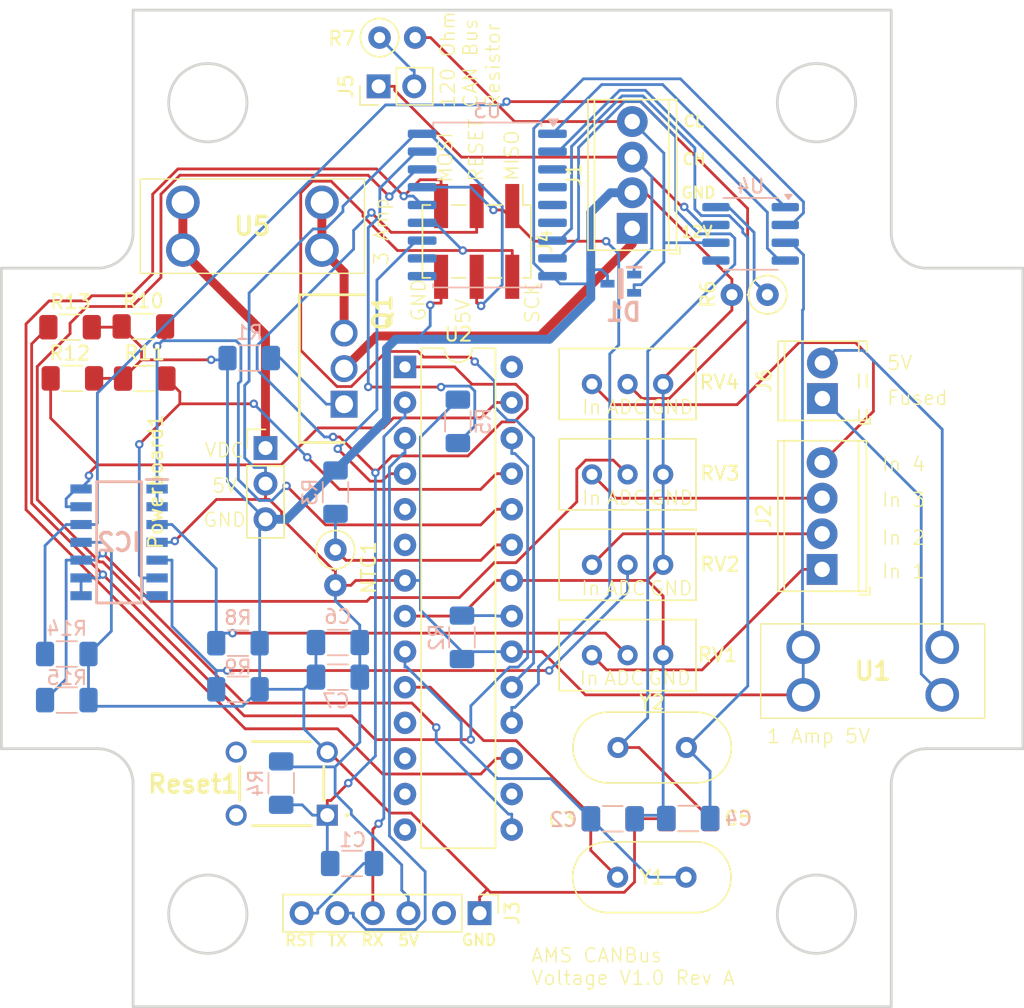
<source format=kicad_pcb>
(kicad_pcb (version 20240108) (generator "pcbnew") (generator_version "8.0")
  (layers (0 "F.Cu" signal) (31 "B.Cu" signal) (34 "B.Paste" user) (35 "F.Paste" user) (36 "B.SilkS" user "B.Silkscreen") (37 "F.SilkS" user "F.Silkscreen") (38 "B.Mask" user) (39 "F.Mask" user) (44 "Edge.Cuts" user))
  (net 0 "")
  (net 1 "GND")
  (net 2 "/BareMinAtmel328P/RESET")
  (net 3 "+5V")
  (net 4 "CANBUS_L")
  (net 5 "CANBUS_H")
  (net 6 "/BareMinAtmel328P/PB5-D13-SCK")
  (net 7 "/BareMinAtmel328P/PB3-D11-MOSI")
  (net 8 "/BareMinAtmel328P/PB4-D12-MISO")
  (net 9 "/BareMinAtmel328P/PD0-RX")
  (net 10 "/BareMinAtmel328P/PD1-TX")
  (net 11 "+VDC")
  (net 12 "/BareMinAtmel328P/PC2-A2")
  (net 13 "/BareMinAtmel328P/PD4-D4")
  (net 14 "/BareMinAtmel328P/PB0-D8")
  (net 15 "/BareMinAtmel328P/PC4-A4-SDA")
  (net 16 "/BareMinAtmel328P/PD7-D7")
  (net 17 "/BareMinAtmel328P/PD6-D6")
  (net 18 "/BareMinAtmel328P/PC1-A1")
  (net 19 "/BareMinAtmel328P/PB2-D10-SS")
  (net 20 "/BareMinAtmel328P/PC5-A5-SCL")
  (net 21 "/BareMinAtmel328P/PD3-D3")
  (net 22 "/BareMinAtmel328P/PD5-D5")
  (net 23 "/BareMinAtmel328P/PC3-A3")
  (net 24 "/BareMinAtmel328P/PC0-A0")
  (net 25 "Net-(Q1-Pad1)")
  (net 26 "Net-(Q1-Pad3)")
  (net 27 "/BareMinAtmel328P/AREF")
  (net 30 "/BareMinAtmel328P/PB1-D9")
  (net 31 "/BareMinAtmel328P/PD2-D2")
  (net 32 "/CANBUS-MCP2515/RXtoCANTC")
  (net 33 "/CANBUS-MCP2515/TXtoCANTC")
  (net 34 "Net-(J3-Pin_6)")
  (net 35 "Net-(U2-XTAL1{slash}PB6)")
  (net 36 "Net-(U2-XTAL2{slash}PB7)")
  (net 37 "Net-(U3-OSC2)")
  (net 38 "Net-(U3-OSC1)")
  (net 39 "/BufferedADC/ADCIN1")
  (net 40 "/BufferedADC/ADCIN4")
  (net 41 "/BufferedADC/ADCIN2")
  (net 42 "/BufferedADC/ADCIN3")
  (net 43 "Net-(J1-Pin_1)")
  (net 44 "Net-(J2-Pin_2)")
  (net 45 "Net-(J2-Pin_3)")
  (net 46 "Net-(J2-Pin_4)")
  (net 47 "Net-(J2-Pin_1)")
  (net 49 "Net-(J5-Pin_2)")
  (net 50 "Net-(U3-~{RESET})")
  (net 51 "Net-(U4-Rs)")
  (net 59 "Net-(J6-Pin_2)")
  (net 60 "Net-(J6-Pin_1)")
  (footprint "Resistor_SMD:R_1206_3216Metric_Pad1.30x1.75mm_HandSolder" (layer "F.Cu") (at 122.2604 78.8725)
    (property "Reference" "R10")
    (property "Value" "47K")
  )
  (footprint "Capacitor_SMD:C_1206_3216Metric_Pad1.33x1.80mm_HandSolder" (layer "F.Cu") (at 155.7495 114.0148)
    (property "Reference" "C3")
    (property "Value" "22pf")
  )
  (footprint "Potentiometer_THT:Potentiometer_Bourns_3296W_Vertical" (layer "F.Cu") (at 154.2744 95.8852 180)
    (property "Reference" "RV2")
    (property "Value" "200k")
  )
  (footprint "TerminalBlock_Phoenix:TerminalBlock_Phoenix_MPT-0,5-2-2.54_1x02_P2.54mm_Horizontal" (layer "F.Cu") (at 170.718 84.0223 90)
    (property "Reference" "J6")
    (property "Value" "Screw_Terminal_01x02")
  )
  (footprint "Potentiometer_THT:Potentiometer_Bourns_3296W_Vertical" (layer "F.Cu") (at 154.2744 89.4352 180)
    (property "Reference" "RV3")
    (property "Value" "200k")
  )
  (footprint "Resistor_THT:R_Axial_DIN0207_L6.3mm_D2.5mm_P2.54mm_Vertical" (layer "F.Cu") (at 139.1161 58.2607)
    (property "Reference" "R7")
    (property "Value" "120")
  )
  (footprint "TerminalBlock_Phoenix:TerminalBlock_Phoenix_MPT-0,5-4-2.54_1x04_P2.54mm_Horizontal" (layer "F.Cu") (at 157.148 71.8728 90)
    (property "Reference" "J1")
    (property "Value" "Power_And_CAN")
  )
  (footprint "Resistor_SMD:R_1206_3216Metric_Pad1.30x1.75mm_HandSolder" (layer "F.Cu") (at 117.0307 78.9287 180)
    (property "Reference" "R13")
    (property "Value" "47K")
  )
  (footprint "Resistor_THT:R_Axial_DIN0207_L6.3mm_D2.5mm_P2.54mm_Vertical" (layer "F.Cu") (at 135.9656 94.8095 -90)
    (property "Reference" "NTC1")
    (property "Value" "10k")
  )
  (footprint "Connector_PinHeader_2.54mm:PinHeader_1x06_P2.54mm_Vertical" (layer "F.Cu") (at 146.2546 120.7442 -90)
    (property "Reference" "J3")
    (property "Value" "TTL_Programmer")
  )
  (footprint "Potentiometer_THT:Potentiometer_Bourns_3296W_Vertical" (layer "F.Cu") (at 154.2744 102.3352 180)
    (property "Reference" "RV1")
    (property "Value" "200k")
  )
  (footprint "SamacSys_Parts:3568" (layer "F.Cu") (at 134.9995 70.018 180)
    (property "Reference" "U5")
    (property "Value" "3568" (hide yes))
  )
  (footprint "Resistor_THT:R_Axial_DIN0207_L6.3mm_D2.5mm_P2.54mm_Vertical" (layer "F.Cu") (at 166.7991 76.611 180)
    (property "Reference" "R6")
    (property "Value" "17k")
  )
  (footprint "Resistor_SMD:R_1206_3216Metric_Pad1.30x1.75mm_HandSolder" (layer "F.Cu") (at 117.1942 82.5796 180)
    (property "Reference" "R12")
    (property "Value" "47K")
  )
  (footprint "Resistor_SMD:R_1206_3216Metric_Pad1.30x1.75mm_HandSolder" (layer "F.Cu") (at 122.3585 82.5931)
    (property "Reference" "R11")
    (property "Value" "47K")
  )
  (footprint "Connector_PinHeader_2.54mm:PinHeader_1x03_P2.54mm_Vertical" (layer "F.Cu") (at 130.9763 87.5526)
    (property "Reference" "Powerboard1")
    (property "Value" "Conn_01x03" (hide yes))
  )
  (footprint "Connector_PinHeader_2.54mm:PinHeader_2x03_P2.54mm_Vertical_SMD" (layer "F.Cu") (at 146.0451 72.807 -90)
    (property "Reference" "J4")
    (property "Value" "ICSP")
  )
  (footprint "Package_DIP:DIP-28_W7.62mm" (layer "F.Cu") (at 140.9295 81.7618)
    (property "Reference" "U2")
    (property "Value" "ATmega328P-P")
  )
  (footprint "Connector_PinHeader_2.54mm:PinHeader_1x02_P2.54mm_Vertical" (layer "F.Cu") (at 139.0496 61.7385 90)
    (property "Reference" "J5")
    (property "Value" "Conn_01x02")
  )
  (footprint "SamacSys_Parts:TO254P469X1042X1967-3P" (layer "F.Cu") (at 136.586 84.4236 90)
    (property "Reference" "Q1")
    (property "Value" "IRF9Z34NPBF" (hide yes))
  )
  (footprint "TerminalBlock_Phoenix:TerminalBlock_Phoenix_MPT-0,5-4-2.54_1x04_P2.54mm_Horizontal" (layer "F.Cu") (at 170.699 96.2121 90)
    (property "Reference" "J2")
    (property "Value" "Power_And_CAN")
  )
  (footprint "Potentiometer_THT:Potentiometer_Bourns_3296W_Vertical" (layer "F.Cu") (at 154.2744 82.9852 180)
    (property "Reference" "RV4")
    (property "Value" "200k")
  )
  (footprint "Crystal:Crystal_HC49-U_Vertical" (layer "F.Cu") (at 156.1297 108.9236)
    (property "Reference" "Y2")
    (property "Value" "16MHz")
  )
  (footprint "SamacSys_Parts:TS0266160BK260LCRD" (layer "F.Cu") (at 135.3853 113.7525 180)
    (property "Reference" "Reset1")
    (property "Value" "TS02-66-160-BK-260-LCR-D" (hide yes))
  )
  (footprint "Capacitor_SMD:C_1206_3216Metric_Pad1.33x1.80mm_HandSolder" (layer "F.Cu") (at 161.1495 114.0025 180)
    (property "Reference" "C5")
    (property "Value" "22pf")
  )
  (footprint "Crystal:Crystal_HC49-U_Vertical" (layer "F.Cu") (at 156.1048 118.178)
    (property "Reference" "Y1")
    (property "Value" "16MHz")
  )
  (footprint "SamacSys_Parts:3568" (layer "F.Cu") (at 179.2705 101.7662 180)
    (property "Reference" "U1")
    (property "Value" "3568" (hide yes))
  )
  (footprint "Resistor_SMD:R_1206_3216Metric_Pad1.30x1.75mm_HandSolder" (layer "B.Cu") (at 129.0092 101.4779 180)
    (property "Reference" "R8")
    (property "Value" "100K")
  )
  (footprint "Capacitor_SMD:C_1206_3216Metric_Pad1.33x1.80mm_HandSolder" (layer "B.Cu") (at 155.762 114.0083)
    (property "Reference" "C2")
    (property "Value" "22pf")
  )
  (footprint "Package_SO:SOIC-8_3.9x4.9mm_P1.27mm" (layer "B.Cu") (at 165.5938 72.266 180)
    (property "Reference" "U4")
    (property "Value" "MCP2551-I-SN")
  )
  (footprint "Resistor_SMD:R_1206_3216Metric_Pad1.30x1.75mm_HandSolder" (layer "B.Cu") (at 116.7946 102.249 180)
    (property "Reference" "R14")
    (property "Value" "100K")
  )
  (footprint "Resistor_SMD:R_1206_3216Metric_Pad1.30x1.75mm_HandSolder" (layer "B.Cu") (at 129.8143 81.1293 180)
    (property "Reference" "R1")
    (property "Value" "10k")
  )
  (footprint "Resistor_SMD:R_1206_3216Metric_Pad1.30x1.75mm_HandSolder" (layer "B.Cu") (at 132.0964 111.4623 -90)
    (property "Reference" "R4")
    (property "Value" "10k")
  )
  (footprint "Capacitor_SMD:C_1206_3216Metric_Pad1.33x1.80mm_HandSolder" (layer "B.Cu") (at 161.1395 113.9834 180)
    (property "Reference" "C4")
    (property "Value" "22pf")
  )
  (footprint "Package_SO:SOIC-18W_7.5x11.6mm_P1.27mm" (layer "B.Cu") (at 146.8051 70.207 180)
    (property "Reference" "U3")
    (property "Value" "MCP2515-xSO")
  )
  (footprint "SamacSys_Parts:SOIC127P600X175-14N" (layer "B.Cu") (at 120.5268 94.2806 180)
    (property "Reference" "IC2")
    (property "Value" "OPA4340UA" (hide yes))
  )
  (footprint "Resistor_SMD:R_1206_3216Metric_Pad1.30x1.75mm_HandSolder" (layer "B.Cu") (at 144.703 85.6468 90)
    (property "Reference" "R5")
    (property "Value" "10k")
  )
  (footprint "Resistor_SMD:R_1206_3216Metric_Pad1.30x1.75mm_HandSolder" (layer "B.Cu") (at 135.973 90.6987 -90)
    (property "Reference" "R3")
    (property "Value" "10k")
  )
  (footprint "Capacitor_SMD:C_1206_3216Metric_Pad1.33x1.80mm_HandSolder" (layer "B.Cu") (at 137.1546 117.1997 180)
    (property "Reference" "C1")
    (property "Value" "100nf")
  )
  (footprint "Resistor_SMD:R_1206_3216Metric_Pad1.30x1.75mm_HandSolder" (layer "B.Cu") (at 144.9956 101.059 -90)
    (property "Reference" "R2")
    (property "Value" "4.7k")
  )
  (footprint "Resistor_SMD:R_1206_3216Metric_Pad1.30x1.75mm_HandSolder" (layer "B.Cu") (at 129.0092 104.7679 180)
    (property "Reference" "R9")
    (property "Value" "100K")
  )
  (footprint "Capacitor_SMD:C_1206_3216Metric_Pad1.33x1.80mm_HandSolder" (layer "B.Cu") (at 136.143 103.9017 180)
    (property "Reference" "C7")
    (property "Value" "100nf")
  )
  (footprint "SamacSys_Parts:SOT65P210X110-3N" (layer "B.Cu") (at 156.3314 75.8236 180)
    (property "Reference" "D1")
    (property "Value" "PESD5V0L2UU,115" (hide yes))
  )
  (footprint "Resistor_SMD:R_1206_3216Metric_Pad1.30x1.75mm_HandSolder" (layer "B.Cu") (at 116.7946 105.539 180)
    (property "Reference" "R15")
    (property "Value" "100K")
  )
  (footprint "Capacitor_SMD:C_1206_3216Metric_Pad1.33x1.80mm_HandSolder" (layer "B.Cu") (at 136.1393 101.4318 180)
    (property "Reference" "C6")
    (property "Value" "100nf")
  )
  (gr_curve (pts (xy 175.629317 111.545738) (xy 175.629317 110.142934) (xy 176.766514 109.005738) (xy 178.169317 109.005738)) (stroke (width 0.2)) (layer "Edge.Cuts"))
  (gr_line (start 121.5273 56.300729) (end 121.5273 72.175733) (stroke (width 0.2)) (layer "Edge.Cuts"))
  (gr_curve (pts (xy 118.9873 109.005738) (xy 120.390104 109.005738) (xy 121.5273 110.142934) (xy 121.5273 111.545738)) (stroke (width 0.2)) (layer "Edge.Cuts"))
  (gr_circle (center 170.295309 62.904725) (end 173.089309 62.904725) (stroke (width 0.2)) (fill none) (layer "Edge.Cuts"))
  (gr_line (start 175.629317 127.420721) (end 175.629317 111.545738) (stroke (width 0.2)) (layer "Edge.Cuts"))
  (gr_line (start 185.0273 74.715733) (end 178.169317 74.715733) (stroke (width 0.2)) (layer "Edge.Cuts"))
  (gr_curve (pts (xy 121.5273 72.175733) (xy 121.5273 73.578537) (xy 120.390104 74.715733) (xy 118.9873 74.715733)) (stroke (width 0.2)) (layer "Edge.Cuts"))
  (gr_line (start 121.5273 111.545738) (end 121.5273 127.420721) (stroke (width 0.2)) (layer "Edge.Cuts"))
  (gr_line (start 112.129317 74.715733) (end 112.129317 109.005738) (stroke (width 0.2)) (layer "Edge.Cuts"))
  (gr_line (start 121.5273 127.420721) (end 175.629317 127.420721) (stroke (width 0.2)) (layer "Edge.Cuts"))
  (gr_circle (center 170.295309 120.816725) (end 173.089309 120.816725) (stroke (width 0.2)) (fill none) (layer "Edge.Cuts"))
  (gr_line (start 175.629317 56.300729) (end 121.5273 56.300729) (stroke (width 0.2)) (layer "Edge.Cuts"))
  (gr_line (start 178.169317 109.005738) (end 185.0273 109.005738) (stroke (width 0.2)) (layer "Edge.Cuts"))
  (gr_circle (center 126.861309 62.904725) (end 129.655309 62.904725) (stroke (width 0.2)) (fill none) (layer "Edge.Cuts"))
  (gr_line (start 185.0273 109.005738) (end 185.0273 74.715733) (stroke (width 0.2)) (layer "Edge.Cuts"))
  (gr_line (start 112.129317 109.005738) (end 118.9873 109.005738) (stroke (width 0.2)) (layer "Edge.Cuts"))
  (gr_line (start 118.9873 74.715733) (end 112.129317 74.715733) (stroke (width 0.2)) (layer "Edge.Cuts"))
  (gr_circle (center 126.861309 120.816725) (end 129.655309 120.816725) (stroke (width 0.2)) (fill none) (layer "Edge.Cuts"))
  (gr_curve (pts (xy 178.169317 74.715733) (xy 176.766514 74.715733) (xy 175.629317 73.578537) (xy 175.629317 72.175733)) (stroke (width 0.2)) (layer "Edge.Cuts"))
  (gr_line (start 175.629317 72.175733) (end 175.629317 56.300729) (stroke (width 0.2)) (layer "Edge.Cuts"))
  (gr_text "GND" (at 142.490484 78.577179 90) (layer "F.SilkS") (effects (font (size 1 1) (thickness 0.1)) (justify left bottom)))
  (gr_text "120 Ohm \nCAN Bus \nResistor" (at 147.795716 63.344447 90) (layer "F.SilkS") (effects (font (size 1 1) (thickness 0.1)) (justify left bottom)))
  (gr_text "Fused" (at 175.267294 84.559707 0) (layer "F.SilkS") (effects (font (size 1 1) (thickness 0.1)) (justify left bottom)))
  (gr_text "In 2" (at 174.901724 94.540092 0) (layer "F.SilkS") (effects (font (size 1 1) (thickness 0.1)) (justify left bottom)))
  (gr_text "GND" (at 158.401355 85.211499 0) (layer "F.SilkS") (effects (font (size 1 1) (thickness 0.1)) (justify left bottom)))
  (gr_text "In 1" (at 174.901724 96.930586 0) (layer "F.SilkS") (effects (font (size 1 1) (thickness 0.1)) (justify left bottom)))
  (gr_text "GND" (at 158.3953 91.699028 0) (layer "F.SilkS") (effects (font (size 1 1) (thickness 0.1)) (justify left bottom)))
  (gr_text "CH" (at 160.638887 67.408059 0) (layer "F.SilkS") (effects (font (size 0.8 0.8) (thickness 0.15) (bold yes)) (justify left bottom)))
  (gr_text "In 3" (at 174.901724 91.841147 0) (layer "F.SilkS") (effects (font (size 1 1) (thickness 0.1)) (justify left bottom)))
  (gr_text "CL" (at 160.718628 64.696854 0) (layer "F.SilkS") (effects (font (size 0.8 0.8) (thickness 0.15) (bold yes)) (justify left bottom)))
  (gr_text "ADC" (at 155.199948 98.144199 0) (layer "F.SilkS") (effects (font (size 1 1) (thickness 0.1)) (justify left bottom)))
  (gr_text "SCK" (at 150.595068 78.714346 90) (layer "F.SilkS") (effects (font (size 1 1) (thickness 0.1)) (justify left bottom)))
  (gr_text "GND" (at 144.902849 123.130049 0) (layer "F.SilkS") (effects (font (size 0.8 0.8) (thickness 0.15) (bold yes)) (justify left bottom)))
  (gr_text "ADC" (at 155.260469 85.211499 0) (layer "F.SilkS") (effects (font (size 1 1) (thickness 0.1)) (justify left bottom)))
  (gr_text "In " (at 153.438873 98.144199 0) (layer "F.SilkS") (effects (font (size 1 1) (thickness 0.1)) (justify left bottom)))
  (gr_text "RST" (at 132.279025 123.156799 0) (layer "F.SilkS") (effects (font (size 0.8 0.8) (thickness 0.15) (bold yes)) (justify left bottom)))
  (gr_text "5V" (at 140.358383 123.156799 0) (layer "F.SilkS") (effects (font (size 0.8 0.8) (thickness 0.15) (bold yes)) (justify left bottom)))
  (gr_text "5V" (at 175.267294 82.066396 0) (layer "F.SilkS") (effects (font (size 1 1) (thickness 0.1)) (justify left bottom)))
  (gr_text "MOSI" (at 144.39639 68.697574 90) (layer "F.SilkS") (effects (font (size 1 1) (thickness 0.1)) (justify left bottom)))
  (gr_text "In " (at 153.493339 91.699028 0) (layer "F.SilkS") (effects (font (size 1 1) (thickness 0.1)) (justify left bottom)))
  (gr_text "GND" (at 160.559146 69.800299 0) (layer "F.SilkS") (effects (font (size 0.8 0.8) (thickness 0.15) (bold yes)) (justify left bottom)))
  (gr_text "GND" (at 158.218285 104.557597 0) (layer "F.SilkS") (effects (font (size 1 1) (thickness 0.1)) (justify left bottom)))
  (gr_text "RX" (at 137.744473 123.144293 0) (layer "F.SilkS") (effects (font (size 0.8 0.8) (thickness 0.15) (bold yes)) (justify left bottom)))
  (gr_text "GND" (at 126.47268 93.259882 0) (layer "F.SilkS") (effects (font (size 1 1) (thickness 0.1)) (justify left bottom)))
  (gr_text "ADC" (at 155.077399 104.557597 0) (layer "F.SilkS") (effects (font (size 1 1) (thickness 0.1)) (justify left bottom)))
  (gr_text "In " (at 153.316324 104.557597 0) (layer "F.SilkS") (effects (font (size 1 1) (thickness 0.1)) (justify left bottom)))
  (gr_text "TX" (at 135.318165 123.169306 0) (layer "F.SilkS") (effects (font (size 0.8 0.8) (thickness 0.15) (bold yes)) (justify left bottom)))
  (gr_text "12V" (at 160.559146 72.591246 0) (layer "F.SilkS") (effects (font (size 0.8 0.8) (thickness 0.15) (bold yes)) (justify left bottom)))
  (gr_text "AMS CANBus\nVoltage V1.0 Rev A" (at 149.872383 125.946237 0) (layer "F.SilkS") (effects (font (size 1 1) (thickness 0.1)) (justify left bottom)))
  (gr_text "In " (at 153.499394 85.211499 0) (layer "F.SilkS") (effects (font (size 1 1) (thickness 0.1)) (justify left bottom)))
  (gr_text "5V" (at 127.091727 90.818777 0) (layer "F.SilkS") (effects (font (size 1 1) (thickness 0.1)) (justify left bottom)))
  (gr_text "3 Amp" (at 139.829903 74.55505 90) (layer "F.SilkS") (effects (font (size 1 1) (thickness 0.1)) (justify left bottom)))
  (gr_text "ADC" (at 155.254414 91.699028 0) (layer "F.SilkS") (effects (font (size 1 1) (thickness 0.1)) (justify left bottom)))
  (gr_text "In 4\n" (at 174.901724 89.296428 0) (layer "F.SilkS") (effects (font (size 1 1) (thickness 0.1)) (justify left bottom)))
  (gr_text "GND" (at 158.340834 98.144199 0) (layer "F.SilkS") (effects (font (size 1 1) (thickness 0.1)) (justify left bottom)))
  (gr_text "VDC" (at 126.567918 88.296655 0) (layer "F.SilkS") (effects (font (size 1 1) (thickness 0.1)) (justify left bottom)))
  (gr_text "MISO" (at 149.134678 68.555049 90) (layer "F.SilkS") (effects (font (size 1 1) (thickness 0.1)) (justify left bottom)))
  (gr_text "1 Amp 5V" (at 166.686005 108.694535 0) (layer "F.SilkS") (effects (font (size 1 1) (thickness 0.1)) (justify left bottom)))
  (gr_text "RESET" (at 146.592921 68.609515 90) (layer "F.SilkS") (effects (font (size 1 1) (thickness 0.1)) (justify left bottom)))
  (gr_text "5V" (at 145.665874 78.768812 90) (layer "F.SilkS") (effects (font (size 1 1) (thickness 0.1)) (justify left bottom)))
  (segment (start 120.8085 82.5796) (end 122.1316 81.2565) (width 0.2) (layer "F.Cu") (net 1))
  (segment (start 164.2591 76.611) (end 164.2591 75.5093) (width 0.2) (layer "F.Cu") (net 1))
  (segment (start 157.312 118.5194) (end 156.574 119.2574) (width 0.2) (layer "F.Cu") (net 1))
  (segment (start 159.3544 82.6174) (end 159.3544 82.9852) (width 0.2) (layer "F.Cu") (net 1))
  (segment (start 157.3243 114.0025) (end 157.312 114.0148) (width 0.2) (layer "F.Cu") (net 1))
  (segment (start 120.7104 78.9287) (end 118.5807 78.9287) (width 0.2) (layer "F.Cu") (net 1))
  (segment (start 147.0287 119.2574) (end 146.8092 119.0379) (width 0.2) (layer "F.Cu") (net 1))
  (segment (start 120.8085 82.5796) (end 118.7442 82.5796) (width 0.2) (layer "F.Cu") (net 1))
  (segment (start 146.2546 120.7442) (end 146.2546 119.5925) (width 0.2) (layer "F.Cu") (net 1))
  (segment (start 146.8092 119.0379) (end 141.3716 113.6003) (width 0.2) (layer "F.Cu") (net 1))
  (segment (start 135.5241 109.2525) (end 135.3853 109.2525) (width 0.2) (layer "F.Cu") (net 1))
  (segment (start 120.8085 82.5931) (end 120.8085 82.5796) (width 0.2) (layer "F.Cu") (net 1))
  (segment (start 143.5051 75.332) (end 143.5051 77.2087) (width 0.2) (layer "F.Cu") (net 1))
  (segment (start 157.312 114.0148) (end 157.312 118.5194) (width 0.2) (layer "F.Cu") (net 1))
  (segment (start 148.5495 97.0018) (end 147.4478 97.0018) (width 0.2) (layer "F.Cu") (net 1))
  (segment (start 146.2546 119.5925) (end 146.8092 119.0379) (width 0.2) (layer "F.Cu") (net 1))
  (segment (start 159.3544 98.1184) (end 159.3544 102.3352) (width 0.2) (layer "F.Cu") (net 1))
  (segment (start 158.2378 97.0018) (end 159.3544 98.1184) (width 0.2) (layer "F.Cu") (net 1))
  (segment (start 122.1316 80.3499) (end 120.7104 78.9287) (width 0.2) (layer "F.Cu") (net 1))
  (segment (start 122.1316 81.2565) (end 127.1006 81.2565) (width 0.2) (layer "F.Cu") (net 1))
  (segment (start 158.2378 97.0018) (end 148.5495 97.0018) (width 0.2) (layer "F.Cu") (net 1))
  (segment (start 158.0826 69.3328) (end 164.2591 75.5093) (width 0.2) (layer "F.Cu") (net 1))
  (segment (start 159.587 114.0025) (end 157.3243 114.0025) (width 0.2) (layer "F.Cu") (net 1))
  (segment (start 164.2591 76.611) (end 164.2591 77.7127) (width 0.2) (layer "F.Cu") (net 1))
  (segment (start 120.7104 78.9287) (end 120.7104 78.8725) (width 0.2) (layer "F.Cu") (net 1))
  (segment (start 147.4478 97.0018) (end 144.9078 99.5418) (width 0.2) (layer "F.Cu") (net 1))
  (segment (start 143.5051 77.2087) (end 142.8678 77.2087) (width 0.2) (layer "F.Cu") (net 1))
  (segment (start 164.2591 77.7127) (end 159.3544 82.6174) (width 0.2) (layer "F.Cu") (net 1))
  (segment (start 144.9078 99.5418) (end 140.9295 99.5418) (width 0.2) (layer "F.Cu") (net 1))
  (segment (start 122.1316 81.2565) (end 122.1316 80.3499) (width 0.2) (layer "F.Cu") (net 1))
  (segment (start 159.3544 95.8852) (end 158.2378 97.0018) (width 0.2) (layer "F.Cu") (net 1))
  (segment (start 139.8719 113.6003) (end 135.5241 109.2525) (width 0.2) (layer "F.Cu") (net 1))
  (segment (start 157.148 69.3328) (end 158.0826 69.3328) (width 0.2) (layer "F.Cu") (net 1))
  (segment (start 156.574 119.2574) (end 147.0287 119.2574) (width 0.2) (layer "F.Cu") (net 1))
  (segment (start 142.8678 77.2087) (end 142.731 77.3455) (width 0.2) (layer "F.Cu") (net 1))
  (segment (start 141.3716 113.6003) (end 139.8719 113.6003) (width 0.2) (layer "F.Cu") (net 1))
  (via (at 127.1006 81.2565) (size 0.6) (drill 0.3) (layers "F.Cu" "B.Cu") (net 1))
  (via (at 142.731 77.3455) (size 0.6) (drill 0.3) (layers "F.Cu" "B.Cu") (net 1))
  (segment (start 153.6654 61.2021) (end 150.1161 64.7514) (width 0.2) (layer "B.Cu") (net 1))
  (segment (start 119.9756 94.8207) (end 119.4355 94.2806) (width 0.2) (layer "B.Cu") (net 1))
  (segment (start 151.245 79.7892) (end 154.187 76.848) (width 0.635) (layer "B.Cu") (net 1))
  (segment (start 132.489 92.6326) (end 135.973 89.1487) (width 0.635) (layer "B.Cu") (net 1))
  (segment (start 130.5592 104.7679) (end 130.5592 101.4779) (width 0.2) (layer "B.Cu") (net 1))
  (segment (start 133.7106 107.5778) (end 135.3853 109.2525) (width 0.2) (layer "B.Cu") (net 1))
  (segment (start 150.1161 74.3565) (end 151.0466 75.287) (width 0.2) (layer "B.Cu") (net 1))
  (segment (start 159.3544 89.4352) (end 159.3544 95.8852) (width 0.2) (layer "B.Cu") (net 1))
  (segment (start 128.2643 81.2565) (end 127.1006 81.2565) (width 0.2) (layer "B.Cu") (net 1))
  (segment (start 168.506 71.631) (end 169.3686 70.7684) (width 0.2) (layer "B.Cu") (net 1))
  (segment (start 152.0047 75.8366) (end 151.4551 75.287) (width 0.2) (layer "B.Cu") (net 1))
  (segment (start 139.612 85.5097) (end 139.612 80.4443) (width 0.635) (layer "B.Cu") (net 1))
  (segment (start 151.0466 75.287) (end 151.4551 75.287) (width 0.2) (layer "B.Cu") (net 1))
  (segment (start 160.5865 61.2021) (end 153.6654 61.2021) (width 0.2) (layer "B.Cu") (net 1))
  (segment (start 159.3544 82.9852) (end 159.3544 89.4352) (width 0.2) (layer "B.Cu") (net 1))
  (segment (start 139.612 80.4443) (end 140.267 79.7892) (width 0.635) (layer "B.Cu") (net 1))
  (segment (start 159.3544 113.7608) (end 159.577 113.9834) (width 0.2) (layer "B.Cu") (net 1))
  (segment (start 134.5768 103.9017) (end 134.5768 101.4318) (width 0.2) (layer "B.Cu") (net 1))
  (segment (start 157.572 113.7608) (end 157.3245 114.0083) (width 0.2) (layer "B.Cu") (net 1))
  (segment (start 154.187 76.848) (end 154.187 75.8366) (width 0.635) (layer "B.Cu") (net 1))
  (segment (start 118.3446 102.249) (end 119.9756 100.618) (width 0.2) (layer "B.Cu") (net 1))
  (segment (start 128.2643 81.2565) (end 128.2643 81.1293) (width 0.2) (layer "B.Cu") (net 1))
  (segment (start 119.4355 94.2806) (end 118.879 94.2806) (width 0.2) (layer "B.Cu") (net 1))
  (segment (start 135.973 89.1487) (end 139.612 85.5097) (width 0.635) (layer "B.Cu") (net 1))
  (segment (start 119.9756 100.618) (end 119.9756 94.8207) (width 0.2) (layer "B.Cu") (net 1))
  (segment (start 133.7106 104.7679) (end 133.7106 107.5778) (width 0.2) (layer "B.Cu") (net 1))
  (segment (start 133.7106 104.7679) (end 134.5768 103.9017) (width 0.2) (layer "B.Cu") (net 1))
  (segment (start 169.3686 70.7684) (end 169.3686 69.9842) (width 0.2) (layer "B.Cu") (net 1))
  (segment (start 155.592 69.3328) (end 157.148 69.3328) (width 0.635) (layer "B.Cu") (net 1))
  (segment (start 140.267 79.7892) (end 141.7739 79.7892) (width 0.635) (layer "B.Cu") (net 1))
  (segment (start 130.9763 92.6326) (end 132.489 92.6326) (width 0.635) (layer "B.Cu") (net 1))
  (segment (start 154.187 75.8366) (end 154.187 74.8252) (width 0.635) (layer "B.Cu") (net 1))
  (segment (start 150.1161 64.7514) (end 150.1161 74.3565) (width 0.2) (layer "B.Cu") (net 1))
  (segment (start 154.9597 74.8252) (end 155.3814 75.2469) (width 0.2) (layer "B.Cu") (net 1))
  (segment (start 154.187 75.8366) (end 152.0047 75.8366) (width 0.2) (layer "B.Cu") (net 1))
  (segment (start 130.976 92.6326) (end 130.9763 92.6326) (width 0.635) (layer "B.Cu") (net 1))
  (segment (start 129.3478 105.9793) (end 118.7849 105.9793) (width 0.2) (layer "B.Cu") (net 1))
  (segment (start 142.731 78.8321) (end 142.731 77.3455) (width 0.2) (layer "B.Cu") (net 1))
  (segment (start 117.8148 94.2806) (end 118.879 94.2806) (width 0.2) (layer "B.Cu") (net 1))
  (segment (start 168.0688 71.631) (end 168.506 71.631) (width 0.2) (layer "B.Cu") (net 1))
  (segment (start 130.5592 104.7679) (end 133.7106 104.7679) (width 0.2) (layer "B.Cu") (net 1))
  (segment (start 141.7739 79.7892) (end 142.731 78.8321) (width 0.2) (layer "B.Cu") (net 1))
  (segment (start 154.187 74.8252) (end 154.187 70.7386) (width 0.635) (layer "B.Cu") (net 1))
  (segment (start 134.5768 103.9017) (end 134.5805 103.9017) (width 0.2) (layer "B.Cu") (net 1))
  (segment (start 118.3446 102.249) (end 118.3446 105.539) (width 0.2) (layer "B.Cu") (net 1))
  (segment (start 154.187 74.8252) (end 154.9597 74.8252) (width 0.2) (layer "B.Cu") (net 1))
  (segment (start 118.7849 105.9793) (end 118.3446 105.539) (width 0.2) (layer "B.Cu") (net 1))
  (segment (start 154.187 70.7386) (end 155.592 69.3328) (width 0.635) (layer "B.Cu") (net 1))
  (segment (start 130.5592 104.7679) (end 129.3478 105.9793) (width 0.2) (layer "B.Cu") (net 1))
  (segment (start 169.3686 69.9842) (end 160.5865 61.2021) (width 0.2) (layer "B.Cu") (net 1))
  (segment (start 130.5592 93.0494) (end 130.5592 101.4779) (width 0.2) (layer "B.Cu") (net 1))
  (segment (start 141.7739 79.7892) (end 151.245 79.7892) (width 0.635) (layer "B.Cu") (net 1))
  (segment (start 128.2643 89.9209) (end 130.976 92.6326) (width 0.2) (layer "B.Cu") (net 1))
  (segment (start 159.3544 113.7608) (end 157.572 113.7608) (width 0.2) (layer "B.Cu") (net 1))
  (segment (start 130.976 92.6326) (end 130.5592 93.0494) (width 0.2) (layer "B.Cu") (net 1))
  (segment (start 128.2643 81.2565) (end 128.2643 89.9209) (width 0.2) (layer "B.Cu") (net 1))
  (segment (start 159.3544 102.3352) (end 159.3544 113.7608) (width 0.2) (layer "B.Cu") (net 1))
  (segment (start 155.3814 75.8236) (end 155.3814 75.2469) (width 0.2) (layer "B.Cu") (net 1))
  (segment (start 135.3853 113.7525) (end 135.3853 112.7008) (width 0.2) (layer "F.Cu") (net 2))
  (segment (start 144.4723 81.7618) (end 140.9295 81.7618) (width 0.2) (layer "F.Cu") (net 2))
  (segment (start 138.8194 89.3142) (end 140.0218 88.1118) (width 0.2) (layer "F.Cu") (net 2))
  (segment (start 146.0451 70.282) (end 146.0451 72.1587) (width 0.2) (layer "F.Cu") (net 2))
  (segment (start 135.6449 112.7008) (end 136.8832 111.4625) (width 0.2) (layer "F.Cu") (net 2))
  (segment (start 149.6561 83.8161) (end 148.8404 83.0004) (width 0.2) (layer "F.Cu") (net 2))
  (segment (start 136.2644 86.7592) (end 135.7959 86.7592) (width 0.2) (layer "F.Cu") (net 2))
  (segment (start 145.7109 83.0004) (end 144.4723 81.7618) (width 0.2) (layer "F.Cu") (net 2))
  (segment (start 149.6561 84.7572) (end 149.6561 83.8161) (width 0.2) (layer "F.Cu") (net 2))
  (segment (start 138.8194 89.3142) (end 136.2644 86.7592) (width 0.2) (layer "F.Cu") (net 2))
  (segment (start 139.9458 72.1587) (end 146.0451 72.1587) (width 0.2) (layer "F.Cu") (net 2))
  (segment (start 140.0218 88.1118) (end 145.4215 88.1118) (width 0.2) (layer "F.Cu") (net 2))
  (segment (start 145.4215 88.1118) (end 147.8497 85.6836) (width 0.2) (layer "F.Cu") (net 2))
  (segment (start 138.5351 70.748) (end 139.9458 72.1587) (width 0.2) (layer "F.Cu") (net 2))
  (segment (start 148.7297 85.6836) (end 149.6561 84.7572) (width 0.2) (layer "F.Cu") (net 2))
  (segment (start 147.8497 85.6836) (end 148.7297 85.6836) (width 0.2) (layer "F.Cu") (net 2))
  (segment (start 135.3853 112.7008) (end 135.6449 112.7008) (width 0.2) (layer "F.Cu") (net 2))
  (segment (start 148.8404 83.0004) (end 145.7109 83.0004) (width 0.2) (layer "F.Cu") (net 2))
  (via (at 138.8194 89.3142) (size 0.6) (drill 0.3) (layers "F.Cu" "B.Cu") (net 2))
  (via (at 138.5351 70.748) (size 0.6) (drill 0.3) (layers "F.Cu" "B.Cu") (net 2))
  (via (at 136.8832 111.4625) (size 0.6) (drill 0.3) (layers "F.Cu" "B.Cu") (net 2))
  (via (at 135.7959 86.7592) (size 0.6) (drill 0.3) (layers "F.Cu" "B.Cu") (net 2))
  (segment (start 136.8832 111.4625) (end 138.8194 109.5263) (width 0.2) (layer "B.Cu") (net 2))
  (segment (start 138.8194 109.5263) (end 138.8194 89.3142) (width 0.2) (layer "B.Cu") (net 2))
  (segment (start 135.3853 113.7525) (end 134.3336 113.7525) (width 0.2) (layer "B.Cu") (net 2))
  (segment (start 130.3797 81.9587) (end 130.3797 80.2361) (width 0.2) (layer "B.Cu") (net 2))
  (segment (start 135.7959 86.7592) (end 135.1802 86.7592) (width 0.2) (layer "B.Cu") (net 2))
  (segment (start 130.3797 80.2361) (end 137.2633 73.3525) (width 0.2) (layer "B.Cu") (net 2))
  (segment (start 135.5921 117.1997) (end 135.3853 116.9929) (width 0.2) (layer "B.Cu") (net 2))
  (segment (start 135.1802 86.7592) (end 130.3797 81.9587) (width 0.2) (layer "B.Cu") (net 2))
  (segment (start 132.0964 113.0123) (end 133.5934 113.0123) (width 0.2) (layer "B.Cu") (net 2))
  (segment (start 137.2633 73.3525) (end 137.2633 72.0198) (width 0.2) (layer "B.Cu") (net 2))
  (segment (start 133.5934 113.0123) (end 134.3336 113.7525) (width 0.2) (layer "B.Cu") (net 2))
  (segment (start 135.3853 116.9929) (end 135.3853 113.7525) (width 0.2) (layer "B.Cu") (net 2))
  (segment (start 137.2633 72.0198) (end 138.5351 70.748) (width 0.2) (layer "B.Cu") (net 2))
  (segment (start 140.9295 97.0018) (end 137.415 97.0018) (width 0.2) (layer "F.Cu") (net 3))
  (segment (start 148.5495 102.0818) (end 149.6512 102.0818) (width 0.2) (layer "F.Cu") (net 3))
  (segment (start 150.723 102.0818) (end 149.6512 102.0818) (width 0.2) (layer "F.Cu") (net 3))
  (segment (start 135.9656 96.2478) (end 135.8114 96.2478) (width 0.2) (layer "F.Cu") (net 3))
  (segment (start 169.3505 105.1662) (end 153.8074 105.1662) (width 0.2) (layer "F.Cu") (net 3))
  (segment (start 127.4711 91.2219) (end 124.5063 94.1867) (width 0.2) (layer "F.Cu") (net 3))
  (segment (start 135.9656 97.3495) (end 137.0673 97.3495) (width 0.2) (layer "F.Cu") (net 3))
  (segment (start 132.1281 92.5645) (end 132.1281 92.108) (width 0.2) (layer "F.Cu") (net 3))
  (segment (start 146.1601 77.2087) (end 146.363 77.4116) (width 0.2) (layer "F.Cu") (net 3))
  (segment (start 130.9763 91.2219) (end 127.4711 91.2219) (width 0.2) (layer "F.Cu") (net 3))
  (segment (start 131.242 91.2219) (end 130.9763 91.2219) (width 0.2) (layer "F.Cu") (net 3))
  (segment (start 135.9656 97.3495) (end 135.9656 96.2478) (width 0.2) (layer "F.Cu") (net 3))
  (segment (start 130.9763 90.0926) (end 130.9763 91.2219) (width 0.2) (layer "F.Cu") (net 3))
  (segment (start 146.0451 75.332) (end 146.0451 77.2087) (width 0.2) (layer "F.Cu") (net 3))
  (segment (start 137.415 97.0018) (end 137.0673 97.3495) (width 0.2) (layer "F.Cu") (net 3))
  (segment (start 135.8114 96.2478) (end 132.1281 92.5645) (width 0.2) (layer "F.Cu") (net 3))
  (segment (start 132.1281 92.108) (end 131.242 91.2219) (width 0.2) (layer "F.Cu") (net 3))
  (segment (start 153.8074 105.1662) (end 150.723 102.0818) (width 0.2) (layer "F.Cu") (net 3))
  (segment (start 146.0451 77.2087) (end 146.1601 77.2087) (width 0.2) (layer "F.Cu") (net 3))
  (via (at 124.5063 94.1867) (size 0.6) (drill 0.3) (layers "F.Cu" "B.Cu") (net 3))
  (via (at 146.363 77.4116) (size 0.6) (drill 0.3) (layers "F.Cu" "B.Cu") (net 3))
  (segment (start 169.3505 105.1662) (end 169.3505 101.7662) (width 0.2) (layer "B.Cu") (net 3))
  (segment (start 129.4921 88.2485) (end 130.1845 88.9409) (width 0.2) (layer "B.Cu") (net 3))
  (segment (start 168.0688 72.901) (end 168.5021 72.901) (width 0.2) (layer "B.Cu") (net 3))
  (segment (start 142.1551 65.127) (end 141.6797 65.127) (width 0.2) (layer "B.Cu") (net 3))
  (segment (start 135.9453 112.2324) (end 137.098 113.3851) (width 0.2) (layer "B.Cu") (net 3))
  (segment (start 134.3775 71.9163) (end 129.8072 76.4866) (width 0.2) (layer "B.Cu") (net 3))
  (segment (start 137.7018 100.1874) (end 137.7018 101.4318) (width 0.2) (layer "B.Cu") (net 3))
  (segment (start 130.1845 88.9409) (end 130.9763 88.9409) (width 0.2) (layer "B.Cu") (net 3))
  (segment (start 142.6967 65.127) (end 147.8705 70.3008) (width 0.2) (layer "B.Cu") (net 3))
  (segment (start 140.6974 117.3026) (end 140.6974 119.1153) (width 0.2) (layer "B.Cu") (net 3))
  (segment (start 135.9656 97.3495) (end 135.9656 98.4512) (width 0.2) (layer "B.Cu") (net 3))
  (segment (start 124.3969 94.1867) (end 124.303 94.2806) (width 0.2) (layer "B.Cu") (net 3))
  (segment (start 129.8072 82.7687) (end 129.4921 83.0838) (width 0.2) (layer "B.Cu") (net 3))
  (segment (start 169.3712 73.7701) (end 169.3712 77.6388) (width 0.2) (layer "B.Cu") (net 3))
  (segment (start 141.6797 65.127) (end 136.5012 70.3055) (width 0.2) (layer "B.Cu") (net 3))
  (segment (start 137.098 113.3851) (end 137.098 113.7032) (width 0.2) (layer "B.Cu") (net 3))
  (segment (start 141.1746 120.7442) (end 141.1746 119.5925) (width 0.2) (layer "B.Cu") (net 3))
  (segment (start 123.2388 94.2806) (end 124.303 94.2806) (width 0.2) (layer "B.Cu") (net 3))
  (segment (start 169.2973 101.713) (end 169.3505 101.7662) (width 0.2) (layer "B.Cu") (net 3))
  (segment (start 144.9956 102.609) (end 144.9956 102.0818) (width 0.2) (layer "B.Cu") (net 3))
  (segment (start 169.2973 77.7127) (end 169.2973 101.713) (width 0.2) (layer "B.Cu") (net 3))
  (segment (start 129.4921 83.0838) (end 129.4921 88.2485) (width 0.2) (layer "B.Cu") (net 3))
  (segment (start 132.4883 110.3042) (end 132.0964 109.9123) (width 0.2) (layer "B.Cu") (net 3))
  (segment (start 142.1551 65.127) (end 142.6967 65.127) (width 0.2) (layer "B.Cu") (net 3))
  (segment (start 137.098 113.7032) (end 140.6974 117.3026) (width 0.2) (layer "B.Cu") (net 3))
  (segment (start 140.9295 97.0018) (end 142.0312 97.0018) (width 0.2) (layer "B.Cu") (net 3))
  (segment (start 137.7055 101.4355) (end 137.7055 103.9017) (width 0.2) (layer "B.Cu") (net 3))
  (segment (start 136.5012 70.3055) (end 136.5012 70.6778) (width 0.2) (layer "B.Cu") (net 3))
  (segment (start 129.8072 76.4866) (end 129.8072 82.7687) (width 0.2) (layer "B.Cu") (net 3))
  (segment (start 144.9956 102.0818) (end 147.4478 102.0818) (width 0.2) (layer "B.Cu") (net 3))
  (segment (start 140.6974 119.1153) (end 141.1746 119.5925) (width 0.2) (layer "B.Cu") (net 3))
  (segment (start 136.5012 70.6778) (end 135.2627 71.9163) (width 0.2) (layer "B.Cu") (net 3))
  (segment (start 135.9453 110.3042) (end 135.9453 112.2324) (width 0.2) (layer "B.Cu") (net 3))
  (segment (start 135.9453 110.3042) (end 132.4883 110.3042) (width 0.2) (layer "B.Cu") (net 3))
  (segment (start 130.9763 90.0926) (end 130.9763 88.9409) (width 0.2) (layer "B.Cu") (net 3))
  (segment (start 137.7055 103.9017) (end 137.7055 108.544) (width 0.2) (layer "B.Cu") (net 3))
  (segment (start 137.7018 101.4318) (end 137.7055 101.4355) (width 0.2) (layer "B.Cu") (net 3))
  (segment (start 147.8705 75.9041) (end 146.363 77.4116) (width 0.2) (layer "B.Cu") (net 3))
  (segment (start 142.0312 97.0018) (end 142.0312 86.7686) (width 0.2) (layer "B.Cu") (net 3))
  (segment (start 142.0312 99.1174) (end 142.0312 97.0018) (width 0.2) (layer "B.Cu") (net 3))
  (segment (start 169.3712 77.6388) (end 169.2973 77.7127) (width 0.2) (layer "B.Cu") (net 3))
  (segment (start 135.2627 71.9163) (end 134.3775 71.9163) (width 0.2) (layer "B.Cu") (net 3))
  (segment (start 147.8705 70.3008) (end 147.8705 75.9041) (width 0.2) (layer "B.Cu") (net 3))
  (segment (start 135.9656 98.4512) (end 137.7018 100.1874) (width 0.2) (layer "B.Cu") (net 3))
  (segment (start 168.5021 72.901) (end 169.3712 73.7701) (width 0.2) (layer "B.Cu") (net 3))
  (segment (start 144.9956 102.0818) (end 142.0312 99.1174) (width 0.2) (layer "B.Cu") (net 3))
  (segment (start 124.5063 94.1867) (end 124.3969 94.1867) (width 0.2) (layer "B.Cu") (net 3))
  (segment (start 148.5495 102.0818) (end 147.4478 102.0818) (width 0.2) (layer "B.Cu") (net 3))
  (segment (start 137.7055 108.544) (end 135.9453 110.3042) (width 0.2) (layer "B.Cu") (net 3))
  (segment (start 142.0312 86.7686) (end 144.703 84.0968) (width 0.2) (layer "B.Cu") (net 3))
  (segment (start 148.7499 64.2528) (end 157.148 64.2528) (width 0.2) (layer "F.Cu") (net 4))
  (segment (start 142.7578 58.2607) (end 148.7499 64.2528) (width 0.2) (layer "F.Cu") (net 4))
  (segment (start 141.6561 58.2607) (end 142.7578 58.2607) (width 0.2) (layer "F.Cu") (net 4))
  (segment (start 159.4031 72.901) (end 159.4031 66.5079) (width 0.2) (layer "B.Cu") (net 4))
  (segment (start 157.2814 75.8969) (end 157.786 75.8969) (width 0.2) (layer "B.Cu") (net 4))
  (segment (start 157.2814 76.4736) (end 157.2814 75.8969) (width 0.2) (layer "B.Cu") (net 4))
  (segment (start 159.4031 72.901) (end 163.1188 72.901) (width 0.2) (layer "B.Cu") (net 4))
  (segment (start 159.4031 74.2798) (end 159.4031 72.901) (width 0.2) (layer "B.Cu") (net 4))
  (segment (start 159.4031 66.5079) (end 157.148 64.2528) (width 0.2) (layer "B.Cu") (net 4))
  (segment (start 157.786 75.8969) (end 159.4031 74.2798) (width 0.2) (layer "B.Cu") (net 4))
  (segment (start 144.9677 66.7928) (end 157.148 66.7928) (width 0.2) (layer "F.Cu") (net 5))
  (segment (start 139.0496 61.7385) (end 140.2013 61.7385) (width 0.2) (layer "F.Cu") (net 5))
  (segment (start 157.148 66.7928) (end 160.6981 70.3429) (width 0.2) (layer "F.Cu") (net 5))
  (segment (start 140.2013 62.0264) (end 144.9677 66.7928) (width 0.2) (layer "F.Cu") (net 5))
  (segment (start 140.2013 61.7385) (end 140.2013 62.0264) (width 0.2) (layer "F.Cu") (net 5))
  (segment (start 160.6981 70.3429) (end 160.8581 70.3429) (width 0.2) (layer "F.Cu") (net 5))
  (via (at 160.8581 70.3429) (size 0.6) (drill 0.3) (layers "F.Cu" "B.Cu") (net 5))
  (segment (start 157.148 66.7928) (end 158.5497 68.1945) (width 0.2) (layer "B.Cu") (net 5))
  (segment (start 158.5497 73.3286) (end 157.2814 74.5969) (width 0.2) (layer "B.Cu") (net 5))
  (segment (start 157.2814 75.1736) (end 157.2814 74.5969) (width 0.2) (layer "B.Cu") (net 5))
  (segment (start 163.1188 71.631) (end 162.1462 71.631) (width 0.2) (layer "B.Cu") (net 5))
  (segment (start 162.1462 71.631) (end 160.8581 70.3429) (width 0.2) (layer "B.Cu") (net 5))
  (segment (start 158.5497 68.1945) (end 158.5497 73.3286) (width 0.2) (layer "B.Cu") (net 5))
  (segment (start 134.3196 68.509) (end 135.6623 68.509) (width 0.2) (layer "F.Cu") (net 6))
  (segment (start 141.8545 80.6601) (end 139.5992 80.6601) (width 0.2) (layer "F.Cu") (net 6))
  (segment (start 142.2563 81.062) (end 142.2563 81.0619) (width 0.2) (layer "F.Cu") (net 6))
  (segment (start 137.0974 83.1619) (end 136.0768 83.1619) (width 0.2) (layer "F.Cu") (net 6))
  (segment (start 148.5851 75.332) (end 148.5851 73.4553) (width 0.2) (layer "F.Cu") (net 6))
  (segment (start 135.6623 68.509) (end 137.9334 70.7801) (width 0.2) (layer "F.Cu") (net 6))
  (segment (start 137.9334 70.7801) (end 137.9334 70.9971) (width 0.2) (layer "F.Cu") (net 6))
  (segment (start 139.5992 80.6601) (end 137.0974 83.1619) (width 0.2) (layer "F.Cu") (net 6))
  (segment (start 133.4893 80.5744) (end 133.4893 69.3393) (width 0.2) (layer "F.Cu") (net 6))
  (segment (start 140.3916 73.4553) (end 145.0548 73.4553) (width 0.2) (layer "F.Cu") (net 6))
  (segment (start 136.0768 83.1619) (end 133.4893 80.5744) (width 0.2) (layer "F.Cu") (net 6))
  (segment (start 145.5899 81.062) (end 142.2563 81.062) (width 0.2) (layer "F.Cu") (net 6))
  (segment (start 142.2563 81.0619) (end 141.8545 80.6601) (width 0.2) (layer "F.Cu") (net 6))
  (segment (start 133.4893 69.3393) (end 134.3196 68.509) (width 0.2) (layer "F.Cu") (net 6))
  (segment (start 148.5851 73.4553) (end 145.0548 73.4553) (width 0.2) (layer "F.Cu") (net 6))
  (segment (start 137.9334 70.9971) (end 140.3916 73.4553) (width 0.2) (layer "F.Cu") (net 6))
  (segment (start 145.9106 81.3827) (end 145.5899 81.062) (width 0.2) (layer "F.Cu") (net 6))
  (via (at 145.0548 73.4553) (size 0.6) (drill 0.3) (layers "F.Cu" "B.Cu") (net 6))
  (via (at 145.9106 81.3827) (size 0.6) (drill 0.3) (layers "F.Cu" "B.Cu") (net 6))
  (segment (start 143.0765 71.477) (end 142.1551 71.477) (width 0.2) (layer "B.Cu") (net 6))
  (segment (start 147.3138 84.6244) (end 148.2612 85.5718) (width 0.2) (layer "B.Cu") (net 6))
  (segment (start 148.8588 85.5718) (end 150.1091 86.8221) (width 0.2) (layer "B.Cu") (net 6))
  (segment (start 148.5495 104.4542) (end 148.5495 104.6218) (width 0.2) (layer "B.Cu") (net 6))
  (segment (start 150.1091 102.8946) (end 148.5495 104.4542) (width 0.2) (layer "B.Cu") (net 6))
  (segment (start 148.2612 85.5718) (end 148.8588 85.5718) (width 0.2) (layer "B.Cu") (net 6))
  (segment (start 145.9106 81.3827) (end 147.3138 82.7859) (width 0.2) (layer "B.Cu") (net 6))
  (segment (start 150.1091 86.8221) (end 150.1091 102.8946) (width 0.2) (layer "B.Cu") (net 6))
  (segment (start 147.3138 82.7859) (end 147.3138 84.6244) (width 0.2) (layer "B.Cu") (net 6))
  (segment (start 145.0548 73.4553) (end 143.0765 71.477) (width 0.2) (layer "B.Cu") (net 6))
  (segment (start 136.1098 107.586) (end 129.5257 107.586) (width 0.2) (layer "F.Cu") (net 7))
  (segment (start 124.7267 67.6334) (end 138.9022 67.6334) (width 0.2) (layer "F.Cu") (net 7))
  (segment (start 121.354487 76.684635) (end 122.9253 75.113822) (width 0.2) (layer "F.Cu") (net 7))
  (segment (start 122.9253 69.4348) (end 124.7267 67.6334) (width 0.2) (layer "F.Cu") (net 7))
  (segment (start 122.9253 75.113822) (end 122.9253 69.4348) (width 0.2) (layer "F.Cu") (net 7))
  (segment (start 118.581265 76.684635) (end 121.354487 76.684635) (width 0.2) (layer "F.Cu") (net 7))
  (segment (start 138.9022 67.6334) (end 140.8416 69.5728) (width 0.2) (layer "F.Cu") (net 7))
  (segment (start 118.2167 77.0492) (end 118.581265 76.684635) (width 0.2) (layer "F.Cu") (net 7))
  (segment (start 139.3368 110.813) (end 136.1098 107.586) (width 0.2) (layer "F.Cu") (net 7))
  (segment (start 143.5051 68.4053) (end 142.0091 68.4053) (width 0.2) (layer "F.Cu") (net 7))
  (segment (start 148.5495 109.7018) (end 147.4478 109.7018) (width 0.2) (layer "F.Cu") (net 7))
  (segment (start 113.8862 78.6981) (end 115.5351 77.0492) (width 0.2) (layer "F.Cu") (net 7))
  (segment (start 113.8862 91.9465) (end 113.8862 78.6981) (width 0.2) (layer "F.Cu") (net 7))
  (segment (start 147.4478 109.7018) (end 146.3366 110.813) (width 0.2) (layer "F.Cu") (net 7))
  (segment (start 146.3366 110.813) (end 139.3368 110.813) (width 0.2) (layer "F.Cu") (net 7))
  (segment (start 115.5351 77.0492) (end 118.2167 77.0492) (width 0.2) (layer "F.Cu") (net 7))
  (segment (start 143.5051 70.282) (end 143.5051 68.4053) (width 0.2) (layer "F.Cu") (net 7))
  (segment (start 129.5257 107.586) (end 113.8862 91.9465) (width 0.2) (layer "F.Cu") (net 7))
  (segment (start 142.0091 68.4053) (end 140.8416 69.5728) (width 0.2) (layer "F.Cu") (net 7))
  (via (at 140.8416 69.5728) (size 0.6) (drill 0.3) (layers "F.Cu" "B.Cu") (net 7))
  (segment (start 142.1551 70.207) (end 141.5209 69.5728) (width 0.2) (layer "B.Cu") (net 7))
  (segment (start 141.5209 69.5728) (end 140.8416 69.5728) (width 0.2) (layer "B.Cu") (net 7))
  (segment (start 147.9299 70.5651) (end 148.5851 71.2203) (width 0.2) (layer "F.Cu") (net 8))
  (segment (start 148.5851 70.282) (end 148.5851 71.2203) (width 0.2) (layer "F.Cu") (net 8))
  (segment (start 148.5851 71.2203) (end 150.1578 72.793) (width 0.2) (layer "F.Cu") (net 8))
  (segment (start 150.1578 72.793) (end 155.2865 72.793) (width 0.2) (layer "F.Cu") (net 8))
  (segment (start 147.2438 70.5651) (end 147.9299 70.5651) (width 0.2) (layer "F.Cu") (net 8))
  (via (at 155.2865 72.793) (size 0.6) (drill 0.3) (layers "F.Cu" "B.Cu") (net 8))
  (via (at 147.2438 70.5651) (size 0.6) (drill 0.3) (layers "F.Cu" "B.Cu") (net 8))
  (segment (start 155.5444 98.0709) (end 150.4547 103.1606) (width 0.2) (layer "B.Cu") (net 8))
  (segment (start 150.4547 104.3832) (end 148.7778 106.0601) (width 0.2) (layer "B.Cu") (net 8))
  (segment (start 148.5495 107.1618) (end 148.5495 106.0601) (width 0.2) (layer "B.Cu") (net 8))
  (segment (start 145.6157 68.937) (end 147.2438 70.5651) (width 0.2) (layer "B.Cu") (net 8))
  (segment (start 150.4547 103.1606) (end 150.4547 104.3832) (width 0.2) (layer "B.Cu") (net 8))
  (segment (start 142.1551 68.937) (end 145.6157 68.937) (width 0.2) (layer "B.Cu") (net 8))
  (segment (start 156.1831 73.6896) (end 156.1831 80.2) (width 0.2) (layer "B.Cu") (net 8))
  (segment (start 156.1831 80.2) (end 155.5444 80.8387) (width 0.2) (layer "B.Cu") (net 8))
  (segment (start 148.7778 106.0601) (end 148.5495 106.0601) (width 0.2) (layer "B.Cu") (net 8))
  (segment (start 155.5444 80.8387) (end 155.5444 98.0709) (width 0.2) (layer "B.Cu") (net 8))
  (segment (start 155.2865 72.793) (end 156.1831 73.6896) (width 0.2) (layer "B.Cu") (net 8))
  (segment (start 138.6346 114.7665) (end 139.0435 114.3576) (width 0.2) (layer "F.Cu") (net 9))
  (segment (start 138.6346 120.7442) (end 138.6346 114.7665) (width 0.2) (layer "F.Cu") (net 9))
  (via (at 139.0435 114.3576) (size 0.6) (drill 0.3) (layers "F.Cu" "B.Cu") (net 9))
  (segment (start 139.4211 113.98) (end 139.4211 86.7466) (width 0.2) (layer "B.Cu") (net 9))
  (segment (start 140.7642 85.4035) (end 140.9295 85.4035) (width 0.2) (layer "B.Cu") (net 9))
  (segment (start 140.9295 84.3018) (end 140.9295 85.4035) (width 0.2) (layer "B.Cu") (net 9))
  (segment (start 139.0435 114.3576) (end 139.4211 113.98) (width 0.2) (layer "B.Cu") (net 9))
  (segment (start 139.4211 86.7466) (end 140.7642 85.4035) (width 0.2) (layer "B.Cu") (net 9))
  (segment (start 137.2463 120.7442) (end 137.2463 121.0127) (width 0.2) (layer "B.Cu") (net 10))
  (segment (start 139.8228 115.2332) (end 139.8228 88.9125) (width 0.2) (layer "B.Cu") (net 10))
  (segment (start 142.3715 121.2406) (end 142.3715 117.7819) (width 0.2) (layer "B.Cu") (net 10))
  (segment (start 140.7918 87.9435) (end 140.9295 87.9435) (width 0.2) (layer "B.Cu") (net 10))
  (segment (start 138.1461 121.9125) (end 141.6996 121.9125) (width 0.2) (layer "B.Cu") (net 10))
  (segment (start 141.6996 121.9125) (end 142.3715 121.2406) (width 0.2) (layer "B.Cu") (net 10))
  (segment (start 139.8228 88.9125) (end 140.7918 87.9435) (width 0.2) (layer "B.Cu") (net 10))
  (segment (start 142.3715 117.7819) (end 139.8228 115.2332) (width 0.2) (layer "B.Cu") (net 10))
  (segment (start 136.0946 120.7442) (end 137.2463 120.7442) (width 0.2) (layer "B.Cu") (net 10))
  (segment (start 137.2463 121.0127) (end 138.1461 121.9125) (width 0.2) (layer "B.Cu") (net 10))
  (segment (start 140.9295 86.8418) (end 140.9295 87.9435) (width 0.2) (layer "B.Cu") (net 10))
  (segment (start 125.0795 72.2343) (end 125.0795 73.418) (width 0.2) (layer "F.Cu") (net 11))
  (segment (start 125.0795 70.9038) (end 125.0795 70.018) (width 0.2) (layer "F.Cu") (net 11))
  (segment (start 125.079 70.9043) (end 125.0795 70.9038) (width 0.2) (layer "F.Cu") (net 11))
  (segment (start 125.079 73.5633) (end 130.976 79.4601) (width 0.635) (layer "F.Cu") (net 11))
  (segment (start 130.976 86.9242) (end 130.9763 86.9245) (width 0.2) (layer "F.Cu") (net 11))
  (segment (start 125.079 70.018) (end 125.079 70.9043) (width 0.635) (layer "F.Cu") (net 11))
  (segment (start 125.079 72.2338) (end 125.0795 72.2343) (width 0.2) (layer "F.Cu") (net 11))
  (segment (start 125.079 70.9043) (end 125.079 72.2338) (width 0.635) (layer "F.Cu") (net 11))
  (segment (start 130.976 79.4601) (end 130.976 86.9242) (width 0.635) (layer "F.Cu") (net 11))
  (segment (start 130.9763 86.9245) (end 130.9763 87.5526) (width 0.2) (layer "F.Cu") (net 11))
  (segment (start 130.976 86.9242) (end 130.976 87.5526) (width 0.635) (layer "F.Cu") (net 11))
  (segment (start 125.079 72.2338) (end 125.079 73.5633) (width 0.635) (layer "F.Cu") (net 11))
  (segment (start 124.8619 84.3931) (end 130.1408 84.3931) (width 0.2) (layer "F.Cu") (net 12))
  (segment (start 148.5495 89.3818) (end 147.4478 89.3818) (width 0.2) (layer "F.Cu") (net 12))
  (segment (start 136.2494 90.5017) (end 133.9572 88.2095) (width 0.2) (layer "F.Cu") (net 12))
  (segment (start 147.4478 89.3818) (end 146.3279 90.5017) (width 0.2) (layer "F.Cu") (net 12))
  (segment (start 124.8619 84.3931) (end 121.9699 87.2851) (width 0.2) (layer "F.Cu") (net 12))
  (segment (start 146.3279 90.5017) (end 136.2494 90.5017) (width 0.2) (layer "F.Cu") (net 12))
  (segment (start 123.9085 82.5931) (end 124.8619 83.5465) (width 0.2) (layer "F.Cu") (net 12))
  (segment (start 124.8619 83.5465) (end 124.8619 84.3931) (width 0.2) (layer "F.Cu") (net 12))
  (via (at 130.1408 84.3931) (size 0.6) (drill 0.3) (layers "F.Cu" "B.Cu") (net 12))
  (via (at 133.9572 88.2095) (size 0.6) (drill 0.3) (layers "F.Cu" "B.Cu") (net 12))
  (via (at 121.9699 87.2851) (size 0.6) (drill 0.3) (layers "F.Cu" "B.Cu") (net 12))
  (segment (start 122.1746 98.0906) (end 122.1746 96.8206) (width 0.2) (layer "B.Cu") (net 12))
  (segment (start 121.9699 87.2851) (end 121.9699 96.6159) (width 0.2) (layer "B.Cu") (net 12))
  (segment (start 123.2388 98.0906) (end 122.1746 98.0906) (width 0.2) (layer "B.Cu") (net 12))
  (segment (start 123.2388 96.8206) (end 122.1746 96.8206) (width 0.2) (layer "B.Cu") (net 12))
  (segment (start 121.9699 96.6159) (end 122.1746 96.8206) (width 0.2) (layer "B.Cu") (net 12))
  (segment (start 133.9572 88.2095) (end 130.1408 84.3931) (width 0.2) (layer "B.Cu") (net 12))
  (segment (start 146.3461 85.4035) (end 140.1096 85.4035) (width 0.2) (layer "F.Cu") (net 15))
  (segment (start 118.3772 89.3544) (end 118.9785 88.7531) (width 0.2) (layer "F.Cu") (net 15))
  (segment (start 132.0935 88.7531) (end 118.9785 88.7531) (width 0.2) (layer "F.Cu") (net 15))
  (segment (start 134.7328 86.1138) (end 132.0935 88.7531) (width 0.2) (layer "F.Cu") (net 15))
  (segment (start 115.6442 85.4188) (end 115.6442 82.5796) (width 0.2) (layer "F.Cu") (net 15))
  (segment (start 148.5495 84.3018) (end 147.4478 84.3018) (width 0.2) (layer "F.Cu") (net 15))
  (segment (start 140.1096 85.4035) (end 139.3993 86.1138) (width 0.2) (layer "F.Cu") (net 15))
  (segment (start 147.4478 84.3018) (end 146.3461 85.4035) (width 0.2) (layer "F.Cu") (net 15))
  (segment (start 139.3993 86.1138) (end 134.7328 86.1138) (width 0.2) (layer "F.Cu") (net 15))
  (segment (start 118.3772 89.5172) (end 118.3772 89.3544) (width 0.2) (layer "F.Cu") (net 15))
  (segment (start 118.9785 88.7531) (end 115.6442 85.4188) (width 0.2) (layer "F.Cu") (net 15))
  (via (at 118.3772 89.5172) (size 0.6) (drill 0.3) (layers "F.Cu" "B.Cu") (net 15))
  (segment (start 117.4528 90.4706) (end 116.7506 91.1728) (width 0.2) (layer "B.Cu") (net 15))
  (segment (start 117.7159 90.4706) (end 117.4528 90.4706) (width 0.2) (layer "B.Cu") (net 15))
  (segment (start 117.7654 90.4706) (end 117.7159 90.4706) (width 0.2) (layer "B.Cu") (net 15))
  (segment (start 116.7506 91.1728) (end 116.7506 91.7406) (width 0.2) (layer "B.Cu") (net 15))
  (segment (start 117.8148 90.4706) (end 117.7654 90.4706) (width 0.2) (layer "B.Cu") (net 15))
  (segment (start 118.3772 89.8588) (end 118.3772 89.5172) (width 0.2) (layer "B.Cu") (net 15))
  (segment (start 117.7654 90.4706) (end 118.3772 89.8588) (width 0.2) (layer "B.Cu") (net 15))
  (segment (start 117.8148 91.7406) (end 116.7506 91.7406) (width 0.2) (layer "B.Cu") (net 15))
  (segment (start 135.261 93.033) (end 132.4808 90.2528) (width 0.2) (layer "F.Cu") (net 18))
  (segment (start 146.3366 93.033) (end 135.261 93.033) (width 0.2) (layer "F.Cu") (net 18))
  (segment (start 123.8104 78.8725) (end 123.8104 79.7022) (width 0.2) (layer "F.Cu") (net 18))
  (segment (start 148.5495 91.9218) (end 147.4478 91.9218) (width 0.2) (layer "F.Cu") (net 18))
  (segment (start 147.4478 91.9218) (end 146.3366 93.033) (width 0.2) (layer "F.Cu") (net 18))
  (segment (start 123.8104 79.7022) (end 123.2388 80.2738) (width 0.2) (layer "F.Cu") (net 18))
  (via (at 132.4808 90.2528) (size 0.6) (drill 0.3) (layers "F.Cu" "B.Cu") (net 18))
  (via (at 123.2388 80.2738) (size 0.6) (drill 0.3) (layers "F.Cu" "B.Cu") (net 18))
  (segment (start 123.2388 91.7406) (end 123.2388 90.4706) (width 0.2) (layer "B.Cu") (net 18))
  (segment (start 129.2213 80.2352) (end 129.2213 82.7631) (width 0.2) (layer "B.Cu") (net 18))
  (segment (start 130.5242 91.2932) (end 131.4404 91.2932) (width 0.2) (layer "B.Cu") (net 18))
  (segment (start 131.4404 91.2932) (end 132.4808 90.2528) (width 0.2) (layer "B.Cu") (net 18))
  (segment (start 129.0396 82.9448) (end 129.0396 89.8086) (width 0.2) (layer "B.Cu") (net 18))
  (segment (start 123.2388 80.2738) (end 123.6216 79.891) (width 0.2) (layer "B.Cu") (net 18))
  (segment (start 129.0396 89.8086) (end 130.5242 91.2932) (width 0.2) (layer "B.Cu") (net 18))
  (segment (start 123.6216 79.891) (end 128.8771 79.891) (width 0.2) (layer "B.Cu") (net 18))
  (segment (start 129.2213 82.7631) (end 129.0396 82.9448) (width 0.2) (layer "B.Cu") (net 18))
  (segment (start 123.2388 90.4706) (end 123.2388 80.2738) (width 0.2) (layer "B.Cu") (net 18))
  (segment (start 128.8771 79.891) (end 129.2213 80.2352) (width 0.2) (layer "B.Cu") (net 18))
  (segment (start 137.1127 106.6621) (end 138.8117 108.3611) (width 0.2) (layer "F.Cu") (net 23))
  (segment (start 119.3739 96.579) (end 129.457 106.6621) (width 0.2) (layer "F.Cu") (net 23))
  (segment (start 114.2879 80.1215) (end 115.4807 78.9287) (width 0.2) (layer "F.Cu") (net 23))
  (segment (start 114.2879 91.493) (end 114.2879 80.1215) (width 0.2) (layer "F.Cu") (net 23))
  (segment (start 119.3739 96.579) (end 119.3717 96.5812) (width 0.2) (layer "F.Cu") (net 23))
  (segment (start 119.3739 96.579) (end 114.2879 91.493) (width 0.2) (layer "F.Cu") (net 23))
  (segment (start 138.8117 108.3611) (end 145.6262 108.3611) (width 0.2) (layer "F.Cu") (net 23))
  (segment (start 129.457 106.6621) (end 137.1127 106.6621) (width 0.2) (layer "F.Cu") (net 23))
  (via (at 145.6262 108.3611) (size 0.6) (drill 0.3) (layers "F.Cu" "B.Cu") (net 23))
  (via (at 119.3717 96.5812) (size 0.6) (drill 0.3) (layers "F.Cu" "B.Cu") (net 23))
  (segment (start 148.5495 86.8418) (end 148.5495 87.9435) (width 0.2) (layer "B.Cu") (net 23))
  (segment (start 148.5495 87.9435) (end 148.7778 87.9435) (width 0.2) (layer "B.Cu") (net 23))
  (segment (start 149.0059 103.1835) (end 148.3904 103.1835) (width 0.2) (layer "B.Cu") (net 23))
  (segment (start 149.682 88.8477) (end 149.682 102.5074) (width 0.2) (layer "B.Cu") (net 23))
  (segment (start 145.6262 105.9477) (end 145.6262 108.3611) (width 0.2) (layer "B.Cu") (net 23))
  (segment (start 149.682 102.5074) (end 149.0059 103.1835) (width 0.2) (layer "B.Cu") (net 23))
  (segment (start 148.3904 103.1835) (end 145.6262 105.9477) (width 0.2) (layer "B.Cu") (net 23))
  (segment (start 117.8148 96.8206) (end 117.8148 98.0906) (width 0.2) (layer "B.Cu") (net 23))
  (segment (start 148.7778 87.9435) (end 149.682 88.8477) (width 0.2) (layer "B.Cu") (net 23))
  (segment (start 117.8148 96.8206) (end 119.1323 96.8206) (width 0.2) (layer "B.Cu") (net 23))
  (segment (start 119.1323 96.8206) (end 119.3717 96.5812) (width 0.2) (layer "B.Cu") (net 23))
  (segment (start 148.5495 94.4618) (end 147.4478 94.4618) (width 0.2) (layer "F.Cu") (net 24))
  (segment (start 146.3435 95.5661) (end 136.7222 95.5661) (width 0.2) (layer "F.Cu") (net 24))
  (segment (start 136.7222 95.5661) (end 135.9656 94.8095) (width 0.2) (layer "F.Cu") (net 24))
  (segment (start 147.4478 94.4618) (end 146.3435 95.5661) (width 0.2) (layer "F.Cu") (net 24))
  (segment (start 135.973 92.2487) (end 135.9656 92.2561) (width 0.2) (layer "B.Cu") (net 24))
  (segment (start 135.9656 92.2561) (end 135.9656 94.8095) (width 0.2) (layer "B.Cu") (net 24))
  (segment (start 131.3643 81.1293) (end 132.03 81.1293) (width 0.2) (layer "B.Cu") (net 25))
  (segment (start 136.586 84.4236) (end 135.3243 84.4236) (width 0.2) (layer "B.Cu") (net 25))
  (segment (start 132.03 81.1293) (end 135.3243 84.4236) (width 0.2) (layer "B.Cu") (net 25))
  (segment (start 134.9995 73.4183) (end 134.9995 73.418) (width 0.2) (layer "F.Cu") (net 26))
  (segment (start 134.999 70.868) (end 134.999 70.018) (width 0.635) (layer "F.Cu") (net 26))
  (segment (start 134.999 70.868) (end 134.9995 70.8675) (width 0.2) (layer "F.Cu") (net 26))
  (segment (start 136.586 79.3436) (end 136.586 75.0046) (width 0.635) (layer "F.Cu") (net 26))
  (segment (start 134.999 73.418) (end 134.999 70.868) (width 0.635) (layer "F.Cu") (net 26))
  (segment (start 136.586 75.0046) (end 135.7925 74.2113) (width 0.635) (layer "F.Cu") (net 26))
  (segment (start 135.7925 74.2113) (end 134.999 73.418) (width 0.635) (layer "F.Cu") (net 26))
  (segment (start 134.9995 70.8675) (end 134.9995 70.018) (width 0.2) (layer "F.Cu") (net 26))
  (segment (start 135.7925 74.2113) (end 134.9995 73.4183) (width 0.2) (layer "F.Cu") (net 26))
  (segment (start 147.415 99.509) (end 147.4478 99.5418) (width 0.2) (layer "B.Cu") (net 27))
  (segment (start 148.5495 99.5418) (end 147.4478 99.5418) (width 0.2) (layer "B.Cu") (net 27))
  (segment (start 144.9956 99.509) (end 147.415 99.509) (width 0.2) (layer "B.Cu") (net 27))
  (segment (start 139.8162 69.6023) (end 138.296 68.0821) (width 0.2) (layer "F.Cu") (net 30))
  (segment (start 120.755359 77.447162) (end 120.751621 77.4509) (width 0.2) (layer "F.Cu") (net 30))
  (segment (start 117.0307 78.6482) (end 117.0307 79.3866) (width 0.2) (layer "F.Cu") (net 30))
  (segment (start 117.0307 79.3866) (end 114.6906 81.7267) (width 0.2) (layer "F.Cu") (net 30))
  (segment (start 129.4387 105.7502) (end 141.4222 105.7502) (width 0.2) (layer "F.Cu") (net 30))
  (segment (start 120.751621 77.4509) (end 118.228 77.4509) (width 0.2) (layer "F.Cu") (net 30))
  (segment (start 141.4222 105.7502) (end 143.1621 107.4901) (width 0.2) (layer "F.Cu") (net 30))
  (segment (start 138.296 68.0821) (end 124.8699 68.0821) (width 0.2) (layer "F.Cu") (net 30))
  (segment (start 118.228 77.4509) (end 117.0307 78.6482) (width 0.2) (layer "F.Cu") (net 30))
  (segment (start 119.1304 95.6776) (end 119.3661 95.6776) (width 0.2) (layer "F.Cu") (net 30))
  (segment (start 119.3661 95.6776) (end 129.4387 105.7502) (width 0.2) (layer "F.Cu") (net 30))
  (segment (start 123.5159 75.376526) (end 121.445264 77.447162) (width 0.2) (layer "F.Cu") (net 30))
  (segment (start 121.445264 77.447162) (end 120.755359 77.447162) (width 0.2) (layer "F.Cu") (net 30))
  (segment (start 124.8699 68.0821) (end 123.5159 69.4361) (width 0.2) (layer "F.Cu") (net 30))
  (segment (start 123.5159 69.4361) (end 123.5159 75.376526) (width 0.2) (layer "F.Cu") (net 30))
  (segment (start 114.6906 81.7267) (end 114.6906 91.2378) (width 0.2) (layer "F.Cu") (net 30))
  (segment (start 114.6906 91.2378) (end 119.1304 95.6776) (width 0.2) (layer "F.Cu") (net 30))
  (via (at 139.8162 69.6023) (size 0.6) (drill 0.3) (layers "F.Cu" "B.Cu") (net 30))
  (via (at 143.1621 107.4901) (size 0.6) (drill 0.3) (layers "F.Cu" "B.Cu") (net 30))
  (segment (start 143.1621 107.4901) (end 143.1621 108.521) (width 0.2) (layer "B.Cu") (net 30))
  (segment (start 142.1551 67.667) (end 141.7515 67.667) (width 0.2) (layer "B.Cu") (net 30))
  (segment (start 143.1621 108.521) (end 148.3212 113.6801) (width 0.2) (layer "B.Cu") (net 30))
  (segment (start 148.3212 113.6801) (end 148.5495 113.6801) (width 0.2) (layer "B.Cu") (net 30))
  (segment (start 141.7515 67.667) (end 139.8162 69.6023) (width 0.2) (layer "B.Cu") (net 30))
  (segment (start 148.5495 114.7818) (end 148.5495 113.6801) (width 0.2) (layer "B.Cu") (net 30))
  (segment (start 138.4411 89.9159) (end 136.1304 87.6052) (width 0.2) (layer "F.Cu") (net 31))
  (segment (start 140.9295 89.3818) (end 139.8278 89.3818) (width 0.2) (layer "F.Cu") (net 31))
  (segment (start 139.2937 89.9159) (end 138.4411 89.9159) (width 0.2) (layer "F.Cu") (net 31))
  (segment (start 139.8278 89.3818) (end 139.2937 89.9159) (width 0.2) (layer "F.Cu") (net 31))
  (via (at 136.1304 87.6052) (size 0.6) (drill 0.3) (layers "F.Cu" "B.Cu") (net 31))
  (segment (start 138.9284 84.8072) (end 136.1304 87.6052) (width 0.2) (layer "B.Cu") (net 31))
  (segment (start 142.1551 72.747) (end 141.7408 72.747) (width 0.2) (layer "B.Cu") (net 31))
  (segment (start 138.9284 75.5594) (end 138.9284 84.8072) (width 0.2) (layer "B.Cu") (net 31))
  (segment (start 141.7408 72.747) (end 138.9284 75.5594) (width 0.2) (layer "B.Cu") (net 31))
  (segment (start 167.6604 74.171) (end 168.0688 74.171) (width 0.2) (layer "B.Cu") (net 32))
  (segment (start 156.2559 62.0222) (end 158.0855 62.0222) (width 0.2) (layer "B.Cu") (net 32))
  (segment (start 166.7912 73.3018) (end 167.6604 74.171) (width 0.2) (layer "B.Cu") (net 32))
  (segment (start 151.4551 66.397) (end 151.8811 66.397) (width 0.2) (layer "B.Cu") (net 32))
  (segment (start 158.0855 62.0222) (end 166.7912 70.7279) (width 0.2) (layer "B.Cu") (net 32))
  (segment (start 151.8811 66.397) (end 156.2559 62.0222) (width 0.2) (layer "B.Cu") (net 32))
  (segment (start 166.7912 70.7279) (end 166.7912 73.3018) (width 0.2) (layer "B.Cu") (net 32))
  (segment (start 159.3199 61.6121) (end 168.0688 70.361) (width 0.2) (layer "B.Cu") (net 33))
  (segment (start 151.4551 65.127) (end 154.97 61.6121) (width 0.2) (layer "B.Cu") (net 33))
  (segment (start 154.97 61.6121) (end 159.3199 61.6121) (width 0.2) (layer "B.Cu") (net 33))
  (segment (start 133.5546 120.7442) (end 134.7063 120.7442) (width 0.2) (layer "B.Cu") (net 34))
  (segment (start 138.7171 117.1997) (end 137.9823 117.1997) (width 0.2) (layer "B.Cu") (net 34))
  (segment (start 137.9823 117.1997) (end 134.7063 120.4757) (width 0.2) (layer "B.Cu") (net 34))
  (segment (start 134.7063 120.4757) (end 134.7063 120.7442) (width 0.2) (layer "B.Cu") (net 34))
  (segment (start 144.9434 108.5656) (end 147.5179 111.1401) (width 0.2) (layer "B.Cu") (net 35))
  (segment (start 147.5179 111.1401) (end 151.3313 111.1401) (width 0.2) (layer "B.Cu") (net 35))
  (segment (start 158.3692 118.178) (end 154.1995 114.0083) (width 0.2) (layer "B.Cu") (net 35))
  (segment (start 160.9848 118.178) (end 158.3692 118.178) (width 0.2) (layer "B.Cu") (net 35))
  (segment (start 151.3313 111.1401) (end 154.1995 114.0083) (width 0.2) (layer "B.Cu") (net 35))
  (segment (start 141.0672 103.1835) (end 144.9434 107.0597) (width 0.2) (layer "B.Cu") (net 35))
  (segment (start 140.9295 102.0818) (end 140.9295 103.1835) (width 0.2) (layer "B.Cu") (net 35))
  (segment (start 144.9434 107.0597) (end 144.9434 108.5656) (width 0.2) (layer "B.Cu") (net 35))
  (segment (start 140.9295 103.1835) (end 141.0672 103.1835) (width 0.2) (layer "B.Cu") (net 35))
  (segment (start 148.8654 108.4318) (end 146.5478 108.4318) (width 0.2) (layer "F.Cu") (net 36))
  (segment (start 146.5478 108.4318) (end 142.7378 104.6218) (width 0.2) (layer "F.Cu") (net 36))
  (segment (start 154.187 113.7534) (end 148.8654 108.4318) (width 0.2) (layer "F.Cu") (net 36))
  (segment (start 140.9295 104.6218) (end 142.0312 104.6218) (width 0.2) (layer "F.Cu") (net 36))
  (segment (start 142.7378 104.6218) (end 142.0312 104.6218) (width 0.2) (layer "F.Cu") (net 36))
  (segment (start 156.1048 118.178) (end 154.187 116.2602) (width 0.2) (layer "F.Cu") (net 36))
  (segment (start 154.187 116.2602) (end 154.187 114.0148) (width 0.2) (layer "F.Cu") (net 36))
  (segment (start 154.187 114.0148) (end 154.187 113.7534) (width 0.2) (layer "F.Cu") (net 36))
  (segment (start 156.4258 62.4239) (end 157.9094 62.4239) (width 0.2) (layer "B.Cu") (net 37))
  (segment (start 165.0331 71.9267) (end 165.0331 72.1601) (width 0.2) (layer "B.Cu") (net 37))
  (segment (start 151.9411 72.747) (end 152.816 71.8721) (width 0.2) (layer "B.Cu") (net 37))
  (segment (start 152.816 71.8721) (end 152.816 66.0337) (width 0.2) (layer "B.Cu") (net 37))
  (segment (start 165.3928 104.5405) (end 161.0097 108.9236) (width 0.2) (layer "B.Cu") (net 37))
  (segment (start 161.6167 66.1312) (end 161.6167 70.4974) (width 0.2) (layer "B.Cu") (net 37))
  (segment (start 161.6167 70.4974) (end 162.0826 70.9633) (width 0.2) (layer "B.Cu") (net 37))
  (segment (start 151.4551 72.747) (end 151.9411 72.747) (width 0.2) (layer "B.Cu") (net 37))
  (segment (start 165.3928 72.5198) (end 165.3928 104.5405) (width 0.2) (layer "B.Cu") (net 37))
  (segment (start 165.0331 72.1601) (end 165.3928 72.5198) (width 0.2) (layer "B.Cu") (net 37))
  (segment (start 162.702 110.6159) (end 162.702 113.9834) (width 0.2) (layer "B.Cu") (net 37))
  (segment (start 162.0826 70.9633) (end 164.0697 70.9633) (width 0.2) (layer "B.Cu") (net 37))
  (segment (start 152.816 66.0337) (end 156.4258 62.4239) (width 0.2) (layer "B.Cu") (net 37))
  (segment (start 161.0097 108.9236) (end 162.702 110.6159) (width 0.2) (layer "B.Cu") (net 37))
  (segment (start 157.9094 62.4239) (end 161.6167 66.1312) (width 0.2) (layer "B.Cu") (net 37))
  (segment (start 164.0697 70.9633) (end 165.0331 71.9267) (width 0.2) (layer "B.Cu") (net 37))
  (segment (start 156.1297 108.9236) (end 157.6331 108.9236) (width 0.2) (layer "F.Cu") (net 38))
  (segment (start 157.6331 108.9236) (end 162.712 114.0025) (width 0.2) (layer "F.Cu") (net 38))
  (segment (start 164.15 72.266) (end 164.4672 72.5832) (width 0.2) (layer "B.Cu") (net 38))
  (segment (start 161.9304 72.266) (end 164.15 72.266) (width 0.2) (layer "B.Cu") (net 38))
  (segment (start 160.2564 70.592) (end 161.9304 72.266) (width 0.2) (layer "B.Cu") (net 38))
  (segment (start 153.3167 72.6025) (end 153.3167 66.1011) (width 0.2) (layer "B.Cu") (net 38))
  (segment (start 153.3167 66.1011) (end 156.5922 62.8256) (width 0.2) (layer "B.Cu") (net 38))
  (segment (start 160.2564 65.355) (end 160.2564 70.592) (width 0.2) (layer "B.Cu") (net 38))
  (segment (start 156.5922 62.8256) (end 157.727 62.8256) (width 0.2) (layer "B.Cu") (net 38))
  (segment (start 164.4672 74.4373) (end 158.2507 80.6538) (width 0.2) (layer "B.Cu") (net 38))
  (segment (start 158.2507 80.6538) (end 158.2507 106.8026) (width 0.2) (layer "B.Cu") (net 38))
  (segment (start 164.4672 72.5832) (end 164.4672 74.4373) (width 0.2) (layer "B.Cu") (net 38))
  (segment (start 157.727 62.8256) (end 160.2564 65.355) (width 0.2) (layer "B.Cu") (net 38))
  (segment (start 158.2507 106.8026) (end 156.1297 108.9236) (width 0.2) (layer "B.Cu") (net 38))
  (segment (start 151.9022 74.017) (end 153.3167 72.6025) (width 0.2) (layer "B.Cu") (net 38))
  (segment (start 151.4551 74.017) (end 151.9022 74.017) (width 0.2) (layer "B.Cu") (net 38))
  (segment (start 155.2416 100.7624) (end 128.6256 100.7624) (width 0.2) (layer "F.Cu") (net 39))
  (segment (start 156.8144 102.3352) (end 155.2416 100.7624) (width 0.2) (layer "F.Cu") (net 39))
  (via (at 128.6256 100.7624) (size 0.6) (drill 0.3) (layers "F.Cu" "B.Cu") (net 39))
  (segment (start 127.4592 100.7624) (end 127.4592 101.4779) (width 0.2) (layer "B.Cu") (net 39))
  (segment (start 127.4592 100.7624) (end 128.6256 100.7624) (width 0.2) (layer "B.Cu") (net 39))
  (segment (start 124.303 93.0106) (end 127.4592 96.1668) (width 0.2) (layer "B.Cu") (net 39))
  (segment (start 127.4592 96.1668) (end 127.4592 100.7624) (width 0.2) (layer "B.Cu") (net 39))
  (segment (start 123.2388 93.0106) (end 124.303 93.0106) (width 0.2) (layer "B.Cu") (net 39))
  (segment (start 165.3806 70.4541) (end 165.3806 78.4235) (width 0.2) (layer "F.Cu") (net 40))
  (segment (start 157.7569 62.8304) (end 165.3806 70.4541) (width 0.2) (layer "F.Cu") (net 40))
  (segment (start 157.8461 84.0169) (end 156.8144 82.9852) (width 0.2) (layer "F.Cu") (net 40))
  (segment (start 148.1816 62.8304) (end 157.7569 62.8304) (width 0.2) (layer "F.Cu") (net 40))
  (segment (start 165.3806 78.4235) (end 159.7872 84.0169) (width 0.2) (layer "F.Cu") (net 40))
  (segment (start 159.7872 84.0169) (end 157.8461 84.0169) (width 0.2) (layer "F.Cu") (net 40))
  (via (at 148.1816 62.8304) (size 0.6) (drill 0.3) (layers "F.Cu" "B.Cu") (net 40))
  (segment (start 117.2827 93.0106) (end 116.7506 93.0106) (width 0.2) (layer "B.Cu") (net 40))
  (segment (start 117.8148 93.0106) (end 118.879 93.0106) (width 0.2) (layer "B.Cu") (net 40))
  (segment (start 118.9789 83.6291) (end 139.5444 63.0636) (width 0.2) (layer "B.Cu") (net 40))
  (segment (start 147.9484 63.0636) (end 148.1816 62.8304) (width 0.2) (layer "B.Cu") (net 40))
  (segment (start 115.2446 94.5166) (end 115.2446 102.249) (width 0.2) (layer "B.Cu") (net 40))
  (segment (start 116.7506 93.0106) (end 115.2446 94.5166) (width 0.2) (layer "B.Cu") (net 40))
  (segment (start 118.9789 92.9107) (end 118.9789 83.6291) (width 0.2) (layer "B.Cu") (net 40))
  (segment (start 118.879 93.0106) (end 118.9789 92.9107) (width 0.2) (layer "B.Cu") (net 40))
  (segment (start 139.5444 63.0636) (end 147.9484 63.0636) (width 0.2) (layer "B.Cu") (net 40))
  (segment (start 117.2827 93.0106) (end 117.8148 93.0106) (width 0.2) (layer "B.Cu") (net 40))
  (segment (start 151.2184 103.4281) (end 128.2362 103.4281) (width 0.2) (layer "F.Cu") (net 41))
  (via (at 151.2184 103.4281) (size 0.6) (drill 0.3) (layers "F.Cu" "B.Cu") (net 41))
  (via (at 128.2362 103.4281) (size 0.6) (drill 0.3) (layers "F.Cu" "B.Cu") (net 41))
  (segment (start 156.8144 97.8321) (end 156.8144 95.8852) (width 0.2) (layer "B.Cu") (net 41))
  (segment (start 124.303 100.2719) (end 127.4592 103.4281) (width 0.2) (layer "B.Cu") (net 41))
  (segment (start 123.2388 95.5506) (end 124.303 95.5506) (width 0.2) (layer "B.Cu") (net 41))
  (segment (start 127.4592 103.4281) (end 128.2362 103.4281) (width 0.2) (layer "B.Cu") (net 41))
  (segment (start 151.2184 103.4281) (end 156.8144 97.8321) (width 0.2) (layer "B.Cu") (net 41))
  (segment (start 124.303 95.5506) (end 124.303 100.2719) (width 0.2) (layer "B.Cu") (net 41))
  (segment (start 127.4592 103.4281) (end 127.4592 104.7679) (width 0.2) (layer "B.Cu") (net 41))
  (segment (start 144.8123 98.2229) (end 138.47 98.2229) (width 0.2) (layer "F.Cu") (net 42))
  (segment (start 153.1903 89.0589) (end 153.1903 91.389) (width 0.2) (layer "F.Cu") (net 42))
  (segment (start 153.1903 91.389) (end 148.8475 95.7318) (width 0.2) (layer "F.Cu") (net 42))
  (segment (start 147.3034 95.7318) (end 144.8123 98.2229) (width 0.2) (layer "F.Cu") (net 42))
  (segment (start 138.2002 98.4927) (end 122.7967 98.4927) (width 0.2) (layer "F.Cu") (net 42))
  (segment (start 155.7927 88.4135) (end 153.8357 88.4135) (width 0.2) (layer "F.Cu") (net 42))
  (segment (start 156.8144 89.4352) (end 155.7927 88.4135) (width 0.2) (layer "F.Cu") (net 42))
  (segment (start 122.7967 98.4927) (end 119.3611 95.0571) (width 0.2) (layer "F.Cu") (net 42))
  (segment (start 148.8475 95.7318) (end 147.3034 95.7318) (width 0.2) (layer "F.Cu") (net 42))
  (segment (start 138.47 98.2229) (end 138.2002 98.4927) (width 0.2) (layer "F.Cu") (net 42))
  (segment (start 153.8357 88.4135) (end 153.1903 89.0589) (width 0.2) (layer "F.Cu") (net 42))
  (via (at 119.3611 95.0571) (size 0.6) (drill 0.3) (layers "F.Cu" "B.Cu") (net 42))
  (segment (start 117.2827 95.5506) (end 117.8148 95.5506) (width 0.2) (layer "B.Cu") (net 42))
  (segment (start 116.7506 104.033) (end 115.2446 105.539) (width 0.2) (layer "B.Cu") (net 42))
  (segment (start 117.2827 95.5506) (end 116.7506 95.5506) (width 0.2) (layer "B.Cu") (net 42))
  (segment (start 117.8148 95.5506) (end 118.879 95.5506) (width 0.2) (layer "B.Cu") (net 42))
  (segment (start 118.879 95.5506) (end 118.879 95.5392) (width 0.2) (layer "B.Cu") (net 42))
  (segment (start 116.7506 95.5506) (end 116.7506 104.033) (width 0.2) (layer "B.Cu") (net 42))
  (segment (start 118.879 95.5392) (end 119.3611 95.0571) (width 0.2) (layer "B.Cu") (net 42))
  (segment (start 157.148 72.977) (end 157.148 71.8728) (width 0.635) (layer "F.Cu") (net 43))
  (segment (start 138.915 79.5547) (end 150.57 79.5547) (width 0.635) (layer "F.Cu") (net 43))
  (segment (start 136.586 81.8836) (end 138.915 79.5547) (width 0.635) (layer "F.Cu") (net 43))
  (segment (start 150.57 79.5547) (end 157.148 72.977) (width 0.635) (layer "F.Cu") (net 43))
  (segment (start 156.4875 93.6721) (end 154.2744 95.8852) (width 0.2) (layer "F.Cu") (net 44))
  (segment (start 170.699 93.6721) (end 156.4875 93.6721) (width 0.2) (layer "F.Cu") (net 44))
  (segment (start 155.9713 91.1321) (end 154.2744 89.4352) (width 0.2) (layer "F.Cu") (net 45))
  (segment (start 170.699 91.1321) (end 155.9713 91.1321) (width 0.2) (layer "F.Cu") (net 45))
  (segment (start 173.078192 80.0297) (end 174.3597 81.311208) (width 0.2) (layer "F.Cu") (net 46))
  (segment (start 169.0477 80.0297) (end 173.078192 80.0297) (width 0.2) (layer "F.Cu") (net 46))
  (segment (start 154.2744 82.9852) (end 155.7441 84.4549) (width 0.2) (layer "F.Cu") (net 46))
  (segment (start 155.7441 84.4549) (end 164.6225 84.4549) (width 0.2) (layer "F.Cu") (net 46))
  (segment (start 174.3597 84.9314) (end 170.699 88.5921) (width 0.2) (layer "F.Cu") (net 46))
  (segment (start 164.6225 84.4549) (end 169.0477 80.0297) (width 0.2) (layer "F.Cu") (net 46))
  (segment (start 174.3597 81.311208) (end 174.3597 84.9314) (width 0.2) (layer "F.Cu") (net 46))
  (segment (start 155.3188 103.3796) (end 154.2744 102.3352) (width 0.2) (layer "F.Cu") (net 47))
  (segment (start 170.699 96.2121) (end 169.2973 96.2121) (width 0.2) (layer "F.Cu") (net 47))
  (segment (start 169.2973 96.2121) (end 162.1298 103.3796) (width 0.2) (layer "F.Cu") (net 47))
  (segment (start 162.1298 103.3796) (end 155.3188 103.3796) (width 0.2) (layer "F.Cu") (net 47))
  (segment (start 141.5896 61.7385) (end 141.5896 60.5868) (width 0.2) (layer "B.Cu") (net 49))
  (segment (start 141.4422 60.5868) (end 139.1161 58.2607) (width 0.2) (layer "B.Cu") (net 49))
  (segment (start 141.5896 60.5868) (end 141.4422 60.5868) (width 0.2) (layer "B.Cu") (net 49))
  (segment (start 138.316 83.2001) (end 138.3083 83.1924) (width 0.2) (layer "F.Cu") (net 50))
  (segment (start 143.5036 83.2001) (end 138.316 83.2001) (width 0.2) (layer "F.Cu") (net 50))
  (via (at 143.5036 83.2001) (size 0.6) (drill 0.3) (layers "F.Cu" "B.Cu") (net 50))
  (via (at 138.3083 83.1924) (size 0.6) (drill 0.3) (layers "F.Cu" "B.Cu") (net 50))
  (segment (start 141.7448 66.397) (end 142.1551 66.397) (width 0.2) (layer "B.Cu") (net 50))
  (segment (start 138.3083 83.1924) (end 138.3083 71.8257) (width 0.2) (layer "B.Cu") (net 50))
  (segment (start 145.9112 83.4904) (end 145.5526 83.1318) (width 0.2) (layer "B.Cu") (net 50))
  (segment (start 145.5526 83.1318) (end 143.5719 83.1318) (width 0.2) (layer "B.Cu") (net 50))
  (segment (start 143.5719 83.1318) (end 143.5036 83.2001) (width 0.2) (layer "B.Cu") (net 50))
  (segment (start 139.1368 70.9972) (end 139.1368 69.005) (width 0.2) (layer "B.Cu") (net 50))
  (segment (start 138.3083 71.8257) (end 139.1368 70.9972) (width 0.2) (layer "B.Cu") (net 50))
  (segment (start 144.703 87.1968) (end 145.9112 85.9886) (width 0.2) (layer "B.Cu") (net 50))
  (segment (start 145.9112 85.9886) (end 145.9112 83.4904) (width 0.2) (layer "B.Cu") (net 50))
  (segment (start 139.1368 69.005) (end 141.7448 66.397) (width 0.2) (layer "B.Cu") (net 50))
  (segment (start 165.8471 72.1727) (end 165.8471 75.659) (width 0.2) (layer "B.Cu") (net 51))
  (segment (start 164.0354 70.361) (end 165.8471 72.1727) (width 0.2) (layer "B.Cu") (net 51))
  (segment (start 165.8471 75.659) (end 166.7991 76.611) (width 0.2) (layer "B.Cu") (net 51))
  (segment (start 163.1188 70.361) (end 164.0354 70.361) (width 0.2) (layer "B.Cu") (net 51))
  (segment (start 179.2705 86.222008) (end 173.630792 80.5823) (width 0.2) (layer "B.Cu") (net 59))
  (segment (start 171.618 80.5823) (end 170.718 81.4823) (width 0.2) (layer "B.Cu") (net 59))
  (segment (start 173.630792 80.5823) (end 171.618 80.5823) (width 0.2) (layer "B.Cu") (net 59))
  (segment (start 179.2705 101.7662) (end 179.2705 86.222008) (width 0.2) (layer "B.Cu") (net 59))
  (segment (start 179.2705 105.1662) (end 177.7705 103.6662) (width 0.2) (layer "B.Cu") (net 60))
  (segment (start 177.7705 103.6662) (end 177.7705 91.0748) (width 0.2) (layer "B.Cu") (net 60))
  (segment (start 177.7705 91.0748) (end 170.718 84.0223) (width 0.2) (layer "B.Cu") (net 60))
)
</source>
